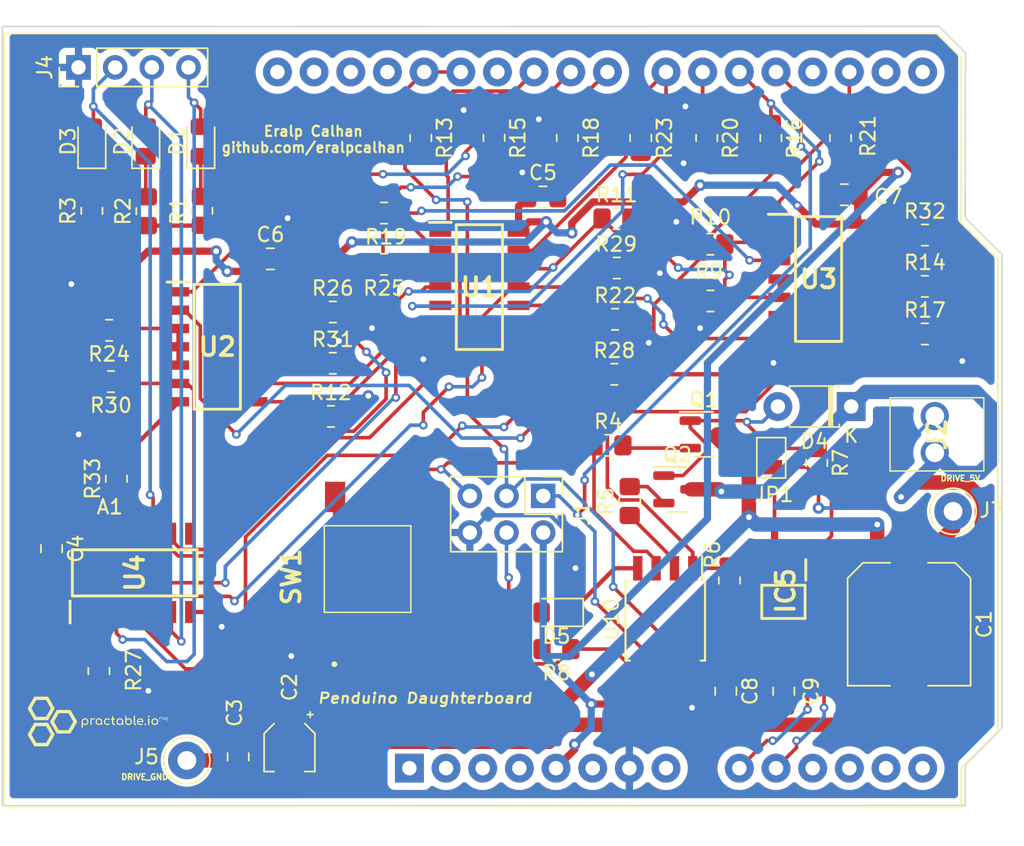
<source format=kicad_pcb>
(kicad_pcb (version 20211014) (generator pcbnew)
  (title_block (title "Driver Daughterboard") (date "2022-06-15") (rev "0"))
  (layers (0 "F.Cu" signal) (31 "B.Cu" signal) (34 "B.Paste" user) (35 "F.Paste" user) (36 "B.SilkS" user "B.Silkscreen") (37 "F.SilkS" user "F.Silkscreen") (38 "B.Mask" user) (39 "F.Mask" user) (44 "Edge.Cuts" user))
  (net 0 "")
  (net 1 "Net-(D1-Pad1)")
  (net 2 "Net-(D2-Pad1)")
  (net 3 "Net-(D3-Pad1)")
  (net 4 "SUP_LED_1")
  (net 5 "SUP_LED_2")
  (net 6 "STU_LED_1")
  (net 7 "STU_LED_2")
  (net 8 "SUP_LED_3")
  (net 9 "STU_LED_3")
  (net 10 "Net-(J1-Pad4)")
  (net 11 "Net-(Q1-Pad2)")
  (net 30 "Net-(J1-Pad5)")
  (net 31 "STUDENT_ENABLE")
  (net 32 "Net-(Q2-Pad2)")
  (net 33 "D_5V")
  (net 34 "D_GND")
  (net 35 "CURRENT_SENSE_OUT")
  (net 36 "LOAD_INPUT")
  (net 37 "DRIVE_INPUT")
  (net 38 "DRIVE_5V")
  (net 39 "DRIVE_GND")
  (net 42 "CURRENT_SIGN_OUT")
  (net 43 "Net-(D4-Pad2)")
  (net 44 "Net-(J2-Pad2)")
  (net 45 "Net-(D1-Pad2)")
  (net 46 "Net-(D2-Pad2)")
  (net 47 "Net-(D3-Pad2)")
  (net 48 "Net-(D5-Pad2)")
  (net 49 "Net-(R17-Pad1)")
  (net 50 "Net-(R19-Pad1)")
  (net 51 "Net-(R22-Pad1)")
  (net 52 "Net-(R24-Pad1)")
  (net 53 "Net-(R25-Pad1)")
  (net 54 "Net-(R26-Pad1)")
  (net 55 "Net-(R27-Pad1)")
  (net 56 "Net-(R28-Pad1)")
  (net 57 "Net-(R29-Pad1)")
  (net 58 "Net-(R31-Pad1)")
  (net 59 "Net-(R32-Pad1)")
  (net 60 "Net-(R33-Pad1)")
  (net 63 "Net-(IC5-Pad3)")
  (net 64 "Net-(IC5-Pad6)")
  (net 65 "Net-(R30-Pad1)")
  (net 66 "DRIVE_OUT")
  (net 67 "LOAD_OUT")
  (footprint "Capacitor_SMD:C_0805_2012Metric_Pad1.18x1.45mm_HandSolder" (layer "F.Cu") (at 109.6772 70.8914)
    (fp_text reference "C6")
    (fp_text value "0.1uF")
  )
  (footprint "NetTie:NetTie-2_SMD_Pad0.5mm" (layer "F.Cu") (at 144.6022 90.3224 -90)
    (fp_text reference "NT1" hide)
    (fp_text value "NetTie_2")
  )
  (footprint "Resistor_SMD:R_0805_2012Metric_Pad1.20x1.40mm_HandSolder" (layer "F.Cu") (at 97.3074 67.5644 90)
    (fp_text reference "R3")
    (fp_text value "680")
  )
  (footprint "Package_TO_SOT_SMD:SOT-23" (layer "F.Cu") (at 137.8712 86.868)
    (fp_text reference "Q2")
    (fp_text value "BC547")
  )
  (footprint "Resistor_SMD:R_0805_2012Metric_Pad1.20x1.40mm_HandSolder" (layer "F.Cu") (at 135.3312 62.5094 -90)
    (fp_text reference "R23")
    (fp_text value "10k")
  )
  (footprint "Connector_PinHeader_2.54mm:PinHeader_1x04_P2.54mm_Vertical" (layer "F.Cu") (at 96.38 57.62 90)
    (fp_text reference "J4")
    (fp_text value "Conn_01x04")
  )
  (footprint "Resistor_SMD:R_0805_2012Metric_Pad1.20x1.40mm_HandSolder" (layer "F.Cu") (at 130.2512 62.5094 -90)
    (fp_text reference "R18")
    (fp_text value "10k")
  )
  (footprint "Resistor_SMD:R_0805_2012Metric_Pad1.20x1.40mm_HandSolder" (layer "F.Cu") (at 133.6548 68.0974)
    (fp_text reference "R11")
    (fp_text value "10k")
  )
  (footprint "Package_SO:SOIC127P600X175-14N" (layer "F.Cu") (at 124.1552 72.8472)
    (fp_text reference "U1")
    (fp_text value "4081" hide)
  )
  (footprint "Resistor_SMD:R_0805_2012Metric_Pad1.20x1.40mm_HandSolder" (layer "F.Cu") (at 140.1572 73.8124 180)
    (fp_text reference "R9")
    (fp_text value "10k")
  )
  (footprint "Capacitor_SMD:C_0805_2012Metric_Pad1.18x1.45mm_HandSolder" (layer "F.Cu") (at 128.5494 66.5988)
    (fp_text reference "C5")
    (fp_text value "0.1uF")
  )
  (footprint "Package_SO:SOIC127P600X175-14N" (layer "F.Cu") (at 105.9942 76.9874)
    (fp_text reference "U2")
    (fp_text value "4011" hide)
  )
  (footprint "Capacitor_SMD:C_0805_2012Metric_Pad1.18x1.45mm_HandSolder" (layer "F.Cu") (at 141.224 100.8595 -90)
    (fp_text reference "C8")
    (fp_text value "100nF")
  )
  (footprint "Package_TO_SOT_SMD:SOT-23" (layer "F.Cu") (at 139.7 83.058)
    (fp_text reference "Q1")
    (fp_text value "BC557")
  )
  (footprint "Resistor_SMD:R_0805_2012Metric_Pad1.20x1.40mm_HandSolder" (layer "F.Cu") (at 113.9952 78.1304)
    (fp_text reference "R31")
    (fp_text value "10k")
  )
  (footprint "NetTie:NetTie-2_SMD_Pad0.5mm" (layer "F.Cu") (at 143.3322 98.7044 180)
    (fp_text reference "NT2" hide)
    (fp_text value "NetTie_2")
  )
  (footprint "Resistor_SMD:R_0805_2012Metric_Pad1.20x1.40mm_HandSolder" (layer "F.Cu") (at 155.0162 76.0984)
    (fp_text reference "R17")
    (fp_text value "10k")
  )
  (footprint "Resistor_SMD:R_0805_2012Metric_Pad1.20x1.40mm_HandSolder" (layer "F.Cu") (at 101.1174 67.5894 90)
    (fp_text reference "R2")
    (fp_text value "330")
  )
  (footprint "Capacitor_SMD:C_0805_2012Metric_Pad1.18x1.45mm_HandSolder" (layer "F.Cu") (at 107.442 105.41 -90)
    (fp_text reference "C3")
    (fp_text value "0.1u")
  )
  (footprint "Jumper:SolderJumper-2_P1.3mm_Open_Pad1.0x1.5mm" (layer "F.Cu") (at 144.3736 84.6836 -90)
    (fp_text reference "JP1")
    (fp_text value "Shunt Bypass")
  )
  (footprint "Resistor_SMD:R_0805_2012Metric_Pad1.20x1.40mm_HandSolder" (layer "F.Cu") (at 147.5232 85.0392 -90)
    (fp_text reference "R7")
    (fp_text value "10R")
  )
  (footprint "Resistor_SMD:R_0805_2012Metric_Pad1.20x1.40mm_HandSolder" (layer "F.Cu") (at 149.1742 62.5094 -90)
    (fp_text reference "R21")
    (fp_text value "10k")
  )
  (footprint "Capacitor_SMD:C_0805_2012Metric_Pad1.18x1.45mm_HandSolder" (layer "F.Cu") (at 145.2372 100.8634 -90)
    (fp_text reference "C9")
    (fp_text value "0.1uF")
  )
  (footprint "Resistor_SMD:R_0805_2012Metric_Pad1.20x1.40mm_HandSolder" (layer "F.Cu") (at 117.5512 67.7164 180)
    (fp_text reference "R19")
    (fp_text value "10k")
  )
  (footprint "Resistor_SMD:R_0805_2012Metric_Pad1.20x1.40mm_HandSolder" (layer "F.Cu") (at 155.0162 72.7964)
    (fp_text reference "R14")
    (fp_text value "10k")
  )
  (footprint "Resistor_SMD:R_0805_2012Metric_Pad1.20x1.40mm_HandSolder" (layer "F.Cu") (at 139.9032 62.5094 -90)
    (fp_text reference "R20")
    (fp_text value "10k")
  )
  (footprint "LED_SMD:LED_0805_2012Metric_Pad1.15x1.40mm_HandSolder" (layer "F.Cu") (at 104.8512 62.7544 90)
    (fp_text reference "D1")
    (fp_text value "LED")
  )
  (footprint "Resistor_SMD:R_0805_2012Metric_Pad1.20x1.40mm_HandSolder" (layer "F.Cu") (at 113.8682 81.8134)
    (fp_text reference "R12")
    (fp_text value "10k")
  )
  (footprint "Capacitor_SMD:CP_Elec_3x5.3" (layer "F.Cu") (at 110.998 104.672 -90)
    (fp_text reference "C2")
    (fp_text value "10u")
  )
  (footprint "LED_SMD:LED_0805_2012Metric_Pad1.15x1.40mm_HandSolder" (layer "F.Cu") (at 97.3074 62.7544 90)
    (fp_text reference "D3")
    (fp_text value "LED")
  )
  (footprint "Package_SO:SOIC127P600X175-14N" (layer "F.Cu") (at 147.6502 72.2884)
    (fp_text reference "U3")
    (fp_text value "4011" hide)
  )
  (footprint "Diode_THT:D_T-1_P5.08mm_Horizontal" (layer "F.Cu") (at 149.9108 81.1276 180)
    (fp_text reference "D4")
    (fp_text value "1N4002")
  )
  (footprint "Resistor_SMD:R_0805_2012Metric_Pad1.20x1.40mm_HandSolder" (layer "F.Cu") (at 97.79 99.4664 -90)
    (fp_text reference "R27")
    (fp_text value "10k")
  )
  (footprint "Resistor_SMD:R_0805_2012Metric_Pad1.20x1.40mm_HandSolder" (layer "F.Cu") (at 140.1572 69.8754 180)
    (fp_text reference "R10")
    (fp_text value "10k")
  )
  (footprint "Package_SO:SOIC127P600X175-14N" (layer "F.Cu") (at 100.2792 92.6592 90)
    (fp_text reference "U4")
    (fp_text value "4071" hide)
  )
  (footprint "Resistor_SMD:R_0805_2012Metric_Pad1.20x1.40mm_HandSolder" (layer "F.Cu") (at 141.478 93.1805 -90)
    (fp_text reference "R6")
    (fp_text value "100k")
  )
  (footprint "LED_SMD:LED_0805_2012Metric_Pad1.15x1.40mm_HandSolder" (layer "F.Cu") (at 101.0412 62.7544 90)
    (fp_text reference "D2")
    (fp_text value "LED")
  )
  (footprint "000_Graphics_Immo:practactable.io_text_10x4" (layer "F.Cu") (at 97.663 102.997)
    (fp_text reference "G***" hide)
    (fp_text value "LOGO" hide)
  )
  (footprint "Resistor_SMD:R_0805_2012Metric_Pad1.20x1.40mm_HandSolder" (layer "F.Cu") (at 129.4892 97.9424 180)
    (fp_text reference "R8")
    (fp_text value "680")
  )
  (footprint "Resistor_SMD:R_0805_2012Metric_Pad1.20x1.40mm_HandSolder" (layer "F.Cu") (at 98.6282 79.4004 180)
    (fp_text reference "R30")
    (fp_text value "10k")
  )
  (footprint "Package_SO:SOIC-8W_5.3x5.3mm_P1.27mm" (layer "F.Cu") (at 137.033 95.9905 -90)
    (fp_text reference "U10")
    (fp_text value "ATtiny85-20S")
  )
  (footprint "Resistor_SMD:R_0805_2012Metric_Pad1.20x1.40mm_HandSolder" (layer "F.Cu") (at 133.5532 75.0824)
    (fp_text reference "R22")
    (fp_text value "10k")
  )
  (footprint "Connector_PinHeader_2.54mm:PinHeader_2x03_P2.54mm_Vertical" (layer "F.Cu") (at 128.5748 87.3252 -90)
    (fp_text reference "J1")
    (fp_text value "AVR-ISP-6")
  )
  (footprint "Audio_Module:Infineon Motor Sheild hiddenPins" (layer "F.Cu") (at 99.6188 86.5124 90)
    (fp_text reference "A1")
    (fp_text value "Infineon Motor Shield MOD" hide)
  )
  (footprint "Resistor_SMD:R_0805_2012Metric_Pad1.20x1.40mm_HandSolder" (layer "F.Cu") (at 98.5012 75.8444 180)
    (fp_text reference "R24")
    (fp_text value "10k")
  )
  (footprint "LED_SMD:LED_0805_2012Metric_Pad1.15x1.40mm_HandSolder" (layer "F.Cu") (at 129.4892 95.4024 180)
    (fp_text reference "D5")
    (fp_text value "LED")
  )
  (footprint "Resistor_SMD:R_0805_2012Metric_Pad1.20x1.40mm_HandSolder" (layer "F.Cu") (at 134.5692 87.6808 -90)
    (fp_text reference "R5")
    (fp_text value "2k2")
  )
  (footprint "Resistor_SMD:R_0805_2012Metric_Pad1.20x1.40mm_HandSolder" (layer "F.Cu") (at 133.096 83.82 180)
    (fp_text reference "R4")
    (fp_text value "2k2")
  )
  (footprint "Connector_Pin:Pin_D1.3mm_L11.0mm" (layer "F.Cu") (at 156.972 88.392 -90)
    (fp_text reference "J7")
    (fp_text value "DRIVE_5V_IN")
  )
  (footprint "Connector_Pin:Pin_D1.3mm_L11.0mm" (layer "F.Cu") (at 103.886 105.664 -90)
    (fp_text reference "J5")
    (fp_text value "DRIVE_GND")
  )
  (footprint "Resistor_SMD:R_0805_2012Metric_Pad1.20x1.40mm_HandSolder" (layer "F.Cu") (at 155.0162 69.2404)
    (fp_text reference "R32")
    (fp_text value "10k")
  )
  (footprint "Capacitor_SMD:C_Elec_8x10.2" (layer "F.Cu") (at 153.924 96.222 -90)
    (fp_text reference "C1")
    (fp_text value "470u")
  )
  (footprint "Capacitor_SMD:C_0805_2012Metric_Pad1.18x1.45mm_HandSolder" (layer "F.Cu") (at 94.5134 90.9828 -90)
    (fp_text reference "C4")
    (fp_text value "0.1uF")
  )
  (footprint "Resistor_SMD:R_0805_2012Metric_Pad1.20x1.40mm_HandSolder" (layer "F.Cu") (at 113.9952 74.5744)
    (fp_text reference "R26")
    (fp_text value "10k")
  )
  (footprint "Button_Switch_SMD:13019319" (layer "F.Cu") (at 116.4082 93.2434 90)
    (fp_text reference "SW1")
    (fp_text value "SW_Push" hide)
  )
  (footprint "Connector_Molex:RSPROPenduinoTerminal" (layer "F.Cu") (at 155.702 84.328 90)
    (fp_text reference "J2")
    (fp_text value "Coil" hide)
  )
  (footprint "Resistor_SMD:R_0805_2012Metric_Pad1.20x1.40mm_HandSolder" (layer "F.Cu") (at 144.3482 62.5094 -90)
    (fp_text reference "R16")
    (fp_text value "10k")
  )
  (footprint "Resistor_SMD:R_0805_2012Metric_Pad1.20x1.40mm_HandSolder" (layer "F.Cu") (at 104.9274 67.5644 90)
    (fp_text reference "R1")
    (fp_text value "330")
  )
  (footprint "Resistor_SMD:R_0805_2012Metric_Pad1.20x1.40mm_HandSolder" (layer "F.Cu") (at 120.0912 62.5094 -90)
    (fp_text reference "R13")
    (fp_text value "10k")
  )
  (footprint "Resistor_SMD:R_0805_2012Metric_Pad1.20x1.40mm_HandSolder" (layer "F.Cu") (at 133.5024 78.8924)
    (fp_text reference "R28")
    (fp_text value "10k")
  )
  (footprint "Resistor_SMD:R_0805_2012Metric_Pad1.20x1.40mm_HandSolder" (layer "F.Cu") (at 99.0092 86.1314 90)
    (fp_text reference "R33")
    (fp_text value "10k")
  )
  (footprint "Resistor_SMD:R_0805_2012Metric_Pad1.20x1.40mm_HandSolder" (layer "F.Cu") (at 125.1712 62.5094 -90)
    (fp_text reference "R15")
    (fp_text value "10k")
  )
  (footprint "Resistor_SMD:R_0805_2012Metric_Pad1.20x1.40mm_HandSolder" (layer "F.Cu") (at 133.6802 71.5264)
    (fp_text reference "R29")
    (fp_text value "10k")
  )
  (footprint "Resistor_SMD:R_0805_2012Metric_Pad1.20x1.40mm_HandSolder" (layer "F.Cu") (at 117.5512 71.2724 180)
    (fp_text reference "R25")
    (fp_text value "10k")
  )
  (footprint "Sensor_Current:SOP65P490X110-8N" (layer "F.Cu") (at 145.217 94.668 -90)
    (fp_text reference "IC5")
    (fp_text value "MAX9928FAUA+" hide)
  )
  (footprint "Capacitor_SMD:C_0805_2012Metric_Pad1.18x1.45mm_HandSolder" (layer "F.Cu") (at 149.4282 66.4464 180)
    (fp_text reference "C7")
    (fp_text value "0.1uF")
  )
  (gr_line (start 156.012 54.796) (end 155.992 54.776) (layer "Edge.Cuts") (width 0.1))
  (gr_line (start 157.822 105.966) (end 160.352 103.416) (layer "Edge.Cuts") (width 0.1))
  (gr_line (start 160.352 103.416) (end 160.352 70.576) (layer "Edge.Cuts") (width 0.1))
  (gr_line (start 160.352 70.576) (end 157.812 68.036) (layer "Edge.Cuts") (width 0.1))
  (gr_line (start 157.812 68.036) (end 157.832 56.606) (layer "Edge.Cuts") (width 0.1))
  (gr_line (start 91.102 108.776) (end 91.102 108.796) (layer "Edge.Cuts") (width 0.1))
  (gr_line (start 91.102 108.796) (end 157.802 108.786) (layer "Edge.Cuts") (width 0.1))
  (gr_line (start 157.802 108.786) (end 157.822 108.786) (layer "Edge.Cuts") (width 0.1))
  (gr_line (start 91.102 54.786) (end 91.102 108.776) (layer "Edge.Cuts") (width 0.1))
  (gr_line (start 157.822 108.786) (end 157.822 105.966) (layer "Edge.Cuts") (width 0.1))
  (gr_line (start 155.992 54.776) (end 91.102 54.786) (layer "Edge.Cuts") (width 0.1))
  (gr_line (start 157.832 56.606) (end 156.012 54.796) (layer "Edge.Cuts") (width 0.1))
  (gr_text "Penduino Daughterboard" (at 120.396 101.346) (layer "F.SilkS") (effects (font (size 0.7 0.8) (thickness 0.15) italic)))
  (gr_text "Eralp Calhan\ngithub.com/eralpcalhan\n" (at 112.649 62.611) (layer "F.SilkS") (effects (font (size 0.7 0.7))))
  (gr_text "DRIVE_GND" (at 100.965 106.807) (layer "F.SilkS") (effects (font (size 0.4 0.4) (thickness 0.1))))
  (gr_text "DRIVE_5V" (at 157.48 86.106) (layer "F.SilkS") (effects (font (size 0.4 0.4) (thickness 0.1))))
  (segment (start 104.8512 63.7794) (end 104.8512 66.4882) (width 0.25) (layer "F.Cu") (net 1))
  (segment (start 104.8512 66.4882) (end 104.9274 66.5644) (width 0.25) (layer "F.Cu") (net 1))
  (segment (start 101.0412 66.5132) (end 101.1174 66.5894) (width 0.25) (layer "F.Cu") (net 2))
  (segment (start 101.0412 63.7794) (end 101.0412 66.5132) (width 0.25) (layer "F.Cu") (net 2))
  (segment (start 97.3074 63.7794) (end 97.3074 66.5644) (width 0.25) (layer "F.Cu") (net 3))
  (segment (start 122.338689 59.261911) (end 126.619289 59.261911) (width 0.25) (layer "F.Cu") (net 4))
  (segment (start 121.86151 63.206597) (end 125.806196 59.261911) (width 0.25) (layer "F.Cu") (net 4))
  (segment (start 121.98851 65.218806) (end 121.86151 65.091806) (width 0.25) (layer "F.Cu") (net 4))
  (segment (start 121.4432 69.0372) (end 121.98851 68.49189) (width 0.25) (layer "F.Cu") (net 4))
  (segment (start 120.0912 61.5094) (end 122.338689 59.261911) (width 0.25) (layer "F.Cu") (net 4))
  (segment (start 126.619289 59.261911) (end 127.9438 57.9374) (width 0.25) (layer "F.Cu") (net 4))
  (segment (start 125.806196 59.261911) (end 126.619289 59.261911) (width 0.25) (layer "F.Cu") (net 4))
  (segment (start 121.98851 68.49189) (end 121.98851 65.218806) (width 0.25) (layer "F.Cu") (net 4))
  (segment (start 121.86151 65.091806) (end 121.86151 63.206597) (width 0.25) (layer "F.Cu") (net 4))
  (segment (start 149.1742 61.5094) (end 149.7838 60.8998) (width 0.25) (layer "F.Cu") (net 5))
  (segment (start 136.190099 77.432501) (end 136.614501 77.008099) (width 0.25) (layer "F.Cu") (net 5))
  (segment (start 127.3047 75.3872) (end 129.7685 77.851) (width 0.25) (layer "F.Cu") (net 5))
  (segment (start 136.614501 77.008099) (end 136.614501 76.407901) (width 0.25) (layer "F.Cu") (net 5))
  (segment (start 146.24968 64.43392) (end 149.1742 61.5094) (width 0.25) (layer "F.Cu") (net 5))
  (segment (start 126.8672 75.3872) (end 127.3047 75.3872) (width 0.25) (layer "F.Cu") (net 5))
  (segment (start 136.23751 74.07449) (end 139.41208 70.89992) (width 0.25) (layer "F.Cu") (net 5))
  (segment (start 149.7838 60.8998) (end 149.7838 57.9374) (width 0.25) (layer "F.Cu") (net 5))
  (segment (start 140.23268 70.412413) (end 140.23268 69.187427) (width 0.25) (layer "F.Cu") (net 5))
  (segment (start 144.986187 64.43392) (end 146.24968 64.43392) (width 0.25) (layer "F.Cu") (net 5))
  (segment (start 136.23751 76.03091) (end 136.23751 74.07449) (width 0.25) (layer "F.Cu") (net 5))
  (segment (start 136.614501 76.407901) (end 136.23751 76.03091) (width 0.25) (layer "F.Cu") (net 5))
  (segment (start 129.7685 77.851) (end 135.171402 77.851) (width 0.25) (layer "F.Cu") (net 5))
  (segment (start 139.41208 70.89992) (end 139.745173 70.89992) (width 0.25) (layer "F.Cu") (net 5))
  (segment (start 139.745173 70.89992) (end 140.23268 70.412413) (width 0.25) (layer "F.Cu") (net 5))
  (segment (start 135.589901 77.432501) (end 136.190099 77.432501) (width 0.25) (layer "F.Cu") (net 5))
  (segment (start 140.23268 69.187427) (end 144.986187 64.43392) (width 0.25) (layer "F.Cu") (net 5))
  (segment (start 135.171402 77.851) (end 135.589901 77.432501) (width 0.25) (layer "F.Cu") (net 5))
  (segment (start 139.6238 61.23) (end 139.6238 57.9374) (width 0.25) (layer "F.Cu") (net 6))
  (segment (start 139.6238 60.829293) (end 135.416593 65.0365) (width 0.25) (layer "F.Cu") (net 6))
  (segment (start 121.3924 74.168) (end 121.4432 74.1172) (width 0.25) (layer "F.Cu") (net 6))
  (segment (start 139.6238 57.9374) (end 139.6238 60.829293) (width 0.25) (layer "F.Cu") (net 6))
  (segment (start 135.416593 65.0365) (end 134.07737 65.0365) (width 0.25) (layer "F.Cu") (net 6))
  (segment (start 119.507 74.168) (end 121.3924 74.168) (width 0.25) (layer "F.Cu") (net 6))
  (segment (start 139.9032 61.5094) (end 139.6238 61.23) (width 0.25) (layer "F.Cu") (net 6))
  (via (at 119.507 74.168) (size 0.6) (drill 0.3) (layers "F.Cu" "B.Cu") (net 6))
  (via (at 134.07737 65.0365) (size 0.6) (drill 0.3) (layers "F.Cu" "B.Cu") (net 6))
  (segment (start 134.07737 67.558009) (end 134.07737 65.0365) (width 0.25) (layer "B.Cu") (net 6))
  (segment (start 127.467379 74.168) (end 134.07737 67.558009) (width 0.25) (layer "B.Cu") (net 6))
  (segment (start 119.507 74.168) (end 127.467379 74.168) (width 0.25) (layer "B.Cu") (net 6))
  (segment (start 126.8672 70.3072) (end 127.843249 70.3072) (width 0.25) (layer "F.Cu") (net 7))
  (segment (start 135.3312 61.5094) (end 137.0838 59.7568) (width 0.25) (layer "F.Cu") (net 7))
  (segment (start 127.843249 70.3072) (end 134.30668 63.843769) (width 0.25) (layer "F.Cu") (net 7))
  (segment (start 137.0838 59.7568) (end 137.0838 57.9374) (width 0.25) (layer "F.Cu") (net 7))
  (segment (start 134.30668 60.71452) (end 137.0838 57.9374) (width 0.25) (layer "F.Cu") (net 7))
  (segment (start 134.30668 63.843769) (end 134.30668 60.71452) (width 0.25) (layer "F.Cu") (net 7))
  (segment (start 126.9118 61.5094) (end 130.4838 57.9374) (width 0.25) (layer "F.Cu") (net 8))
  (segment (start 112.3864 65.024) (end 104.233 73.1774) (width 0.25) (layer "F.Cu") (net 8))
  (segment (start 125.1712 61.5094) (end 126.9118 61.5094) (width 0.25) (layer "F.Cu") (net 8))
  (segment (start 117.475 65.024) (end 112.3864 65.024) (width 0.25) (layer "F.Cu") (net 8))
  (segment (start 104.233 73.1774) (end 103.2822 73.1774) (width 0.25) (layer "F.Cu") (net 8))
  (segment (start 125.1712 61.5094) (end 123.19 63.4906) (width 0.25) (layer "F.Cu") (net 8))
  (segment (start 123.19 63.4906) (end 123.19 63.754) (width 0.25) (layer "F.Cu") (net 8))
  (via (at 117.475 65.024) (size 0.6) (drill 0.3) (layers "F.Cu" "B.Cu") (net 8))
  (via (at 123.19 63.754) (size 0.6) (drill 0.3) (layers "F.Cu" "B.Cu") (net 8))
  (segment (start 123.19 63.754) (end 121.92 65.024) (width 0.25) (layer "B.Cu") (net 8))
  (segment (start 121.92 65.024) (end 117.475 65.024) (width 0.25) (layer "B.Cu") (net 8))
  (segment (start 117.47572 77.262373) (end 117.47572 67.179387) (width 0.25) (layer "F.Cu") (net 9))
  (segment (start 125.773657 65.187543) (end 122.639635 65.187543) (width 0.25) (layer "F.Cu") (net 9))
  (segment (start 115.210693 79.5274) (end 117.47572 77.262373) (width 0.25) (layer "F.Cu") (net 9))
  (segment (start 108.7062 79.5274) (end 115.210693 79.5274) (width 0.25) (layer "F.Cu") (net 9))
  (segment (start 130.2512 60.71) (end 133.0238 57.9374) (width 0.25) (layer "F.Cu") (net 9))
  (segment (start 133.0238 57.9374) (end 125.773657 65.187543) (width 0.25) (layer "F.Cu") (net 9))
  (segment (start 130.2512 61.5094) (end 130.2512 60.71) (width 0.25) (layer "F.Cu") (net 9))
  (segment (start 118.725835 65.929272) (end 119.402095 65.929272) (width 0.25) (layer "F.Cu") (net 9))
  (segment (start 117.47572 67.179387) (end 118.725835 65.929272) (width 0.25) (layer "F.Cu") (net 9))
  (via (at 119.402095 65.929272) (size 0.6) (drill 0.3) (layers "F.Cu" "B.Cu") (net 9))
  (via (at 122.639635 65.187543) (size 0.6) (drill 0.3) (layers "F.Cu" "B.Cu") (net 9))
  (segment (start 121.897906 65.929272) (end 122.639635 65.187543) (width 0.25) (layer "B.Cu") (net 9))
  (segment (start 119.402095 65.929272) (end 121.897906 65.929272) (width 0.25) (layer "B.Cu") (net 9))
  (segment (start 127.901227 98.96692) (end 129.46468 98.96692) (width 0.25) (layer "F.Cu") (net 10))
  (segment (start 130.4892 97.9424) (end 133.4299 97.9424) (width 0.25) (layer "F.Cu") (net 10))
  (segment (start 126.1872 97.252893) (end 127.901227 98.96692) (width 0.25) (layer "F.Cu") (net 10))
  (segment (start 129.46468 98.96692) (end 130.4892 97.9424) (width 0.25) (layer "F.Cu") (net 10))
  (segment (start 126.1872 92.9894) (end 126.1872 97.252893) (width 0.25) (layer "F.Cu") (net 10))
  (segment (start 133.4299 97.9424) (end 135.128 99.6405) (width 0.25) (layer "F.Cu") (net 10))
  (via (at 126.1872 92.9894) (size 0.6) (drill 0.3) (layers "F.Cu" "B.Cu") (net 10))
  (segment (start 126.0348 89.8652) (end 126.0348 92.837) (width 0.25) (layer "B.Cu") (net 10))
  (segment (start 126.0348 92.837) (end 126.1872 92.9894) (width 0.25) (layer "B.Cu") (net 10))
  (segment (start 134.284 84.008) (end 134.096 83.82) (width 0.25) (layer "F.Cu") (net 11))
  (segment (start 138.7625 84.008) (end 134.284 84.008) (width 0.25) (layer "F.Cu") (net 11))
  (segment (start 131.508027 82.79548) (end 129.271997 85.03151) (width 0.25) (layer "F.Cu") (net 30))
  (segment (start 135.30282 87.60532) (end 133.881227 87.60532) (width 0.25) (layer "F.Cu") (net 30))
  (segment (start 133.02052 86.744613) (end 133.02052 83.132027) (width 0.25) (layer "F.Cu") (net 30))
  (segment (start 133.881227 87.60532) (end 133.02052 86.744613) (width 0.25) (layer "F.Cu") (net 30))
  (segment (start 118.6582 87.3934) (end 118.6582 97.3934) (width 0.25) (layer "F.Cu") (net 30))
  (segment (start 138.938 92.3405) (end 138.938 91.2405) (width 0.25) (layer "F.Cu") (net 30))
  (segment (start 118.6582 87.3934) (end 120.56515 85.48645) (width 0.25) (layer "F.Cu") (net 30))
  (segment (start 132.683973 82.79548) (end 131.508027 82.79548) (width 0.25) (layer "F.Cu") (net 30))
  (segment (start 141.318 92.3405) (end 141.478 92.1805) (width 0.25) (layer "F.Cu") (net 30))
  (segment (start 120.56515 85.48645) (end 121.498589 85.48645) (width 0.25) (layer "F.Cu") (net 30))
  (segment (start 133.02052 83.132027) (end 132.683973 82.79548) (width 0.25) (layer "F.Cu") (net 30))
  (segment (start 121.953529 85.03151) (end 121.498589 85.48645) (width 0.25) (layer "F.Cu") (net 30))
  (segment (start 129.271997 85.03151) (end 121.953529 85.03151) (width 0.25) (layer "F.Cu") (net 30))
  (segment (start 138.938 92.3405) (end 141.318 92.3405) (width 0.25) (layer "F.Cu") (net 30))
  (segment (start 138.938 91.2405) (end 135.30282 87.60532) (width 0.25) (layer "F.Cu") (net 30))
  (via (at 121.498589 85.48645) (size 0.6) (drill 0.3) (layers "F.Cu" "B.Cu") (net 30))
  (segment (start 121.65605 85.48645) (end 121.498589 85.48645) (width 0.25) (layer "B.Cu") (net 30))
  (segment (start 123.4948 87.3252) (end 121.65605 85.48645) (width 0.25) (layer "B.Cu") (net 30))
  (segment (start 144.9382 72.2884) (end 144.9382 73.5584) (width 0.25) (layer "F.Cu") (net 31))
  (segment (start 136.770911 70.349911) (end 137.924911 71.503911) (width 0.25) (layer "F.Cu") (net 31))
  (segment (start 121.4432 72.8472) (end 120.4307 72.8472) (width 0.25) (layer "F.Cu") (net 31))
  (segment (start 120.4307 72.8472) (end 120.1259 73.152) (width 0.25) (layer "F.Cu") (net 31))
  (segment (start 153.2542 73.5584) (end 154.0162 72.7964) (width 0.25) (layer "F.Cu") (net 31))
  (segment (start 118.364 77.216) (end 114.79112 80.78888) (width 0.25) (layer "F.Cu") (net 31))
  (segment (start 132.6548 68.0974) (end 129.2686 71.4836) (width 0.25) (layer "F.Cu") (net 31))
  (segment (start 108.7062 80.7974) (end 111.8522 80.7974) (width 0.25) (layer "F.Cu") (net 31))
  (segment (start 141.2842 69.7484) (end 144.9382 69.7484) (width 0.25) (layer "F.Cu") (net 31))
  (segment (start 111.8522 80.7974) (end 112.8682 81.8134) (width 0.25) (layer "F.Cu") (net 31))
  (segment (start 150.3622 73.5584) (end 150.3622 74.8284) (width 0.25) (layer "F.Cu") (net 31))
  (segment (start 144.9382 68.4784) (end 144.9382 66.8978) (width 0.25) (layer "F.Cu") (net 31))
  (segment (start 141.1572 72.3298) (end 141.478 72.009) (width 0.25) (layer "F.Cu") (net 31))
  (segment (start 119.253 73.152) (end 119.126 73.152) (width 0.25) (layer "F.Cu") (net 31))
  (segment (start 144.3482 61.5094) (end 144.3482 60.1218) (width 0.25) (layer "F.Cu") (net 31))
  (segment (start 144.3482 60.1218) (end 142.1638 57.9374) (width 0.25) (layer "F.Cu") (net 31))
  (segment (start 134.907311 70.349911) (end 136.770911 70.349911) (width 0.25) (layer "F.Cu") (net 31))
  (segment (start 141.1572 71.6882) (end 141.478 72.009) (width 0.25) (layer "F.Cu") (net 31))
  (segment (start 144.9382 66.8978) (end 147.701 64.135) (width 0.25) (layer "F.Cu") (net 31))
  (segment (start 141.1572 69.8754) (end 141.1572 71.6882) (width 0.25) (layer "F.Cu") (net 31))
  (segment (start 141.4112 73.5584) (end 141.1572 73.8124) (width 0.25) (layer "F.Cu") (net 31))
  (segment (start 120.1259 73.152) (end 119.253 73.152) (width 0.25) (layer "F.Cu") (net 31))
  (segment (start 132.6548 68.0974) (end 134.907311 70.349911) (width 0.25) (layer "F.Cu") (net 31))
  (segment (start 150.3622 73.5584) (end 153.2542 73.5584) (width 0.25) (layer "F.Cu") (net 31))
  (segment (start 118.364 73.914) (end 118.364 77.216) (width 0.25) (layer "F.Cu") (net 31))
  (segment (start 114.79112 80.78888) (end 113.89272 80.78888) (width 0.25) (layer "F.Cu") (net 31))
  (segment (start 144.9382 73.5584) (end 141.4112 73.5584) (width 0.25) (layer "F.Cu") (net 31))
  (segment (start 141.1572 73.8124) (end 141.1572 72.3298) (width 0.25) (layer "F.Cu") (net 31))
  (segment (start 144.9382 68.4784) (end 144.9382 69.7484) (width 0.25) (layer "F.Cu") (net 31))
  (segment (start 129.175 71.5772) (end 126.8672 71.5772) (width 0.25) (layer "F.Cu") (net 31))
  (segment (start 113.89272 80.78888) (end 112.8682 81.8134) (width 0.25) (layer "F.Cu") (net 31))
  (segment (start 119.126 73.152) (end 118.364 73.914) (width 0.25) (layer "F.Cu") (net 31))
  (segment (start 144.9382 73.5584) (end 150.3622 73.5584) (width 0.25) (layer "F.Cu") (net 31))
  (segment (start 129.2686 71.4836) (end 129.175 71.5772) (width 0.25) (layer "F.Cu") (net 31))
  (segment (start 141.1572 69.8754) (end 141.2842 69.7484) (width 0.25) (layer "F.Cu") (net 31))
  (via (at 141.478 72.009) (size 0.6) (drill 0.3) (layers "F.Cu" "B.Cu") (net 31))
  (via (at 144.3482 60.1218) (size 0.6) (drill 0.3) (layers "F.Cu" "B.Cu") (net 31))
  (via (at 137.924911 71.503911) (size 0.6) (drill 0.3) (layers "F.Cu" "B.Cu") (net 31))
  (via (at 147.701 64.135) (size 0.6) (drill 0.3) (layers "F.Cu" "B.Cu") (net 31))
  (via (at 119.253 73.152) (size 0.6) (drill 0.3) (layers "F.Cu" "B.Cu") (net 31))
  (via (at 129.2686 71.4836) (size 0.6) (drill 0.3) (layers "F.Cu" "B.Cu") (net 31))
  (segment (start 138.049 71.628) (end 137.924911 71.503911) (width 0.25) (layer "B.Cu") (net 31))
  (segment (start 147.701 64.135) (end 147.701 63.4746) (width 0.25) (layer "B.Cu") (net 31))
  (segment (start 147.701 63.4746) (end 144.3482 60.1218) (width 0.25) (layer "B.Cu") (net 31))
  (segment (start 119.253 73.152) (end 127.6002 73.152) (width 0.25) (layer "B.Cu") (net 31))
  (segment (start 141.478 72.009) (end 141.097 71.628) (width 0.25) (layer "B.Cu") (net 31))
  (segment (start 127.6002 73.152) (end 129.2686 71.4836) (width 0.25) (layer "B.Cu") (net 31))
  (segment (start 141.097 71.628) (end 138.049 71.628) (width 0.25) (layer "B.Cu") (net 31))
  (segment (start 134.5692 86.6808) (end 135.7965 86.6808) (width 0.25) (layer "F.Cu") (net 32))
  (segment (start 135.7965 86.6808) (end 136.9337 87.818) (width 0.25) (layer "F.Cu") (net 32))
  (segment (start 152.0151 64.897) (end 153.162 64.897) (width 0.5) (layer "F.Cu") (net 33))
  (segment (start 101.19833 70.358) (end 105.918 70.358) (width 0.5) (layer "F.Cu") (net 33))
  (segment (start 127.5784 68.326) (end 126.8672 69.0372) (width 0.5) (layer "F.Cu") (net 33))
  (segment (start 130.556 68.40693) (end 130.556 69.088) (width 0.5) (layer "F.Cu") (net 33))
  (segment (start 138.938 99.6405) (end 138.938 100.444522) (width 0.5) (layer "F.Cu") (net 33))
  (segment (start 108.6397 73.1109) (end 108.7062 73.1774) (width 0.5) (layer "F.Cu") (net 33))
  (segment (start 94.5153 89.9472) (end 94.5134 89.9453) (width 0.5) (layer "F.Cu") (net 33))
  (segment (start 126.8672 69.0372) (end 126.8672 67.2435) (width 0.5) (layer "F.Cu") (net 33))
  (segment (start 109.81422 72.06592) (end 112.97308 72.06592) (width 0.5) (layer "F.Cu") (net 33))
  (segment (start 96.4692 89.9472) (end 94.5153 89.9472) (width 0.5) (layer "F.Cu") (net 33))
  (segment (start 138.28412 66.94788) (end 132.01505 66.94788) (width 0.5) (layer "F.Cu") (net 33))
  (segment (start 130.7592 104.902) (end 129.4638 106.1974) (width 0.5) (layer "F.Cu") (net 33))
  (segment (start 141.224 99.822) (end 139.1195 99.822) (width 0.5) (layer "F.Cu") (net 33))
  (segment (start 126.8672 67.2435) (end 127.5119 66.5988) (width 0.5) (layer "F.Cu") (net 33))
  (segment (start 138.938 100.444522) (end 137.630122 101.7524) (width 0.5) (layer "F.Cu") (net 33))
  (segment (start 139.1195 99.822) (end 138.938 99.6405) (width 0.5) (layer "F.Cu") (net 33))
  (segment (start 137.630122 101.7524) (end 131.9022 101.7524) (width 0.5) (layer "F.Cu") (net 33))
  (segment (start 142.3416 98.7044) (end 141.224 99.822) (width 0.5) (layer "F.Cu") (net 33))
  (segment (start 108.6397 70.8914) (end 108.6397 73.1109) (width 0.5) (layer "F.Cu") (net 33))
  (segment (start 141.478 97.3502) (end 142.8322 98.7044) (width 0.5) (layer "F.Cu") (net 33))
  (segment (start 128.778 68.326) (end 127.5784 68.326) (width 0.5) (layer "F.Cu") (net 33))
  (segment (start 106.68 71.755) (end 107.7761 71.755) (width 0.5) (layer "F.Cu") (net 33))
  (segment (start 130.7592 104.5464) (end 130.7592 104.902) (width 0.5) (layer "F.Cu") (net 33))
  (segment (start 145.2372 99.8259) (end 141.2279 99.8259) (width 0.5) (layer "F.Cu") (net 33))
  (segment (start 147.4724 68.4784) (end 146.177 67.183) (width 0.5) (layer "F.Cu") (net 33))
  (segment (start 150.4657 66.4464) (end 152.0151 64.897) (width 0.5) (layer "F.Cu") (net 33))
  (segment (start 150.3622 66.5499) (end 150.4657 66.4464) (width 0.5) (layer "F.Cu") (net 33))
  (segment (start 150.3622 68.4784) (end 147.4724 68.4784) (width 0.5) (layer "F.Cu") (net 33))
  (segment (start 108.6397 70.8914) (end 109.81422 72.06592) (width 0.5) (layer "F.Cu") (net 33))
  (segment (start 132.01505 66.94788) (end 130.556 68.40693) (width 0.5) (layer "F.Cu") (net 33))
  (segment (start 107.7761 71.755) (end 108.6397 70.8914) (width 0.5) (layer "F.Cu") (net 33))
  (segment (start 112.97308 72.06592) (end 115.316 69.723) (width 0.5) (layer "F.Cu") (net 33))
  (segment (start 94.5134 89.9453) (end 94.5134 77.04293) (width 0.5) (layer "F.Cu") (net 33))
  (segment (start 141.478 94.1805) (end 141.478 97.3502) (width 0.5) (layer "F.Cu") (net 33))
  (segment (start 142.8322 98.7044) (end 142.3416 98.7044) (width 0.5) (layer "F.Cu") (net 33))
  (segment (start 141.2279 99.8259) (end 141.224 99.822) (width 0.5) (layer "F.Cu") (net 33))
  (segment (start 139.446 65.786) (end 138.28412 66.94788) (width 0.5) (layer "F.Cu") (net 33))
  (segment (start 150.3622 68.4784) (end 150.3622 66.5499) (width 0.5) (layer "F.Cu") (net 33))
  (segment (start 94.5134 77.04293) (end 101.19833 70.358) (width 0.5) (layer "F.Cu") (net 33))
  (via (at 106.68 71.755) (size 0.8) (drill 0.4) (layers "F.Cu" "B.Cu") (net 33))
  (via (at 139.446 65.786) (size 0.8) (drill 0.4) (layers "F.Cu" "B.Cu") (net 33))
  (via (at 146.177 67.183) (size 0.6) (drill 0.3) (layers "F.Cu" "B.Cu") (net 33))
  (via (at 153.162 64.897) (size 0.8) (drill 0.4) (layers "F.Cu" "B.Cu") (net 33))
  (via (at 115.316 69.723) (size 0.8) (drill 0.4) (layers "F.Cu" "B.Cu") (net 33))
  (via (at 131.9022 101.7524) (size 0.8) (drill 0.4) (layers "F.Cu" "B.Cu") (net 33))
  (via (at 128.778 68.326) (size 0.8) (drill 0.4) (layers "F.Cu" "B.Cu") (net 33))
  (via (at 130.556 69.088) (size 0.8) (drill 0.4) (layers "F.Cu" "B.Cu") (net 33))
  (via (at 105.918 70.358) (size 0.8) (drill 0.4) (layers "F.Cu" "B.Cu") (net 33))
  (via (at 130.7592 104.5464) (size 0.8) (drill 0.4) (layers "F.Cu" "B.Cu") (net 33))
  (segment (start 129.54 69.088) (end 128.778 68.326) (width 0.5) (layer "B.Cu") (net 33))
  (segment (start 131.9022 101.7524) (end 131.9022 103.4034) (width 0.5) (layer "B.Cu") (net 33))
  (segment (start 139.954 78.105) (end 153.162 64.897) (width 0.5) (layer "B.Cu") (net 33))
  (segment (start 105.918 70.358) (end 105.918 70.993) (width 0.5) (layer "B.Cu") (net 33))
  (segment (start 146.177 67.183) (end 144.78 65.786) (width 0.5) (layer "B.Cu") (net 33))
  (segment (start 128.5748 89.8652) (end 128.5748 98.425) (width 0.5) (layer "B.Cu") (net 33))
  (segment (start 130.556 69.088) (end 129.54 69.088) (width 0.5) (layer "B.Cu") (net 33))
  (segment (start 130.3909 98.4631) (end 139.954 88.9) (width 0.5) (layer "B.Cu") (net 33))
  (segment (start 131.9022 103.4034) (end 130.7592 104.5464) (width 0.5) (layer "B.Cu") (net 33))
  (segment (start 127.381 69.723) (end 128.778 68.326) (width 0.5) (layer "B.Cu") (net 33))
  (segment (start 105.918 70.993) (end 106.68 71.755) (width 0.5) (layer "B.Cu") (net 33))
  (segment (start 139.954 88.9) (end 139.954 78.105) (width 0.5) (layer "B.Cu") (net 33))
  (segment (start 128.5748 98.425) (end 128.6129 98.4631) (width 0.5) (layer "B.Cu") (net 33))
  (segment (start 128.6129 98.4631) (end 131.9022 101.7524) (width 0.5) (layer "B.Cu") (net 33))
  (segment (start 128.6129 98.4631) (end 130.3909 98.4631) (width 0.5) (layer "B.Cu") (net 33))
  (segment (start 115.316 69.723) (end 127.381 69.723) (width 0.5) (layer "B.Cu") (net 33))
  (segment (start 144.78 65.786) (end 139.446 65.786) (width 0.5) (layer "B.Cu") (net 33))
  (segment (start 156.0162 76.0984) (end 156.0162 76.3872) (width 0.3) (layer "F.Cu") (net 34))
  (segment (start 103.2822 80.7974) (end 103.2822 80.8584) (width 0.3) (layer "F.Cu") (net 34))
  (segment (start 101.1174 68.5894) (end 104.9024 68.5894) (width 0.3) (layer "F.Cu") (net 34))
  (segment (start 130.5142 95.363866) (end 130.5142 95.4024) (width 0.3) (layer "F.Cu") (net 34))
  (segment (start 144.3482 63.5094) (end 139.9032 63.5094) (width 0.3) (layer "F.Cu") (net 34))
  (segment (start 156.0162 76.0984) (end 156.0162 72.7964) (width 0.3) (layer "F.Cu") (net 34))
  (segment (start 144.9382 76.0984) (end 144.9382 77.6928) (width 0.3) (layer "F.Cu") (net 34))
  (segment (start 97.3074 68.5644) (end 101.0924 68.5644) (width 0.3) (layer "F.Cu") (net 34))
  (segment (start 114.1582 97.3934) (end 114.1582 87.3934) (width 0.3) (layer "F.Cu") (net 34))
  (segment (start 139.1572 75.4032) (end 139.446 75.692) (width 0.3) (layer "F.Cu") (net 34))
  (segment (start 134.5532 75.3712) (end 135.89 76.708) (width 0.3) (layer "F.Cu") (net 34))
  (segment (start 141.224 101.897) (end 138.9966 101.897) (width 0.3) (layer "F.Cu") (net 34))
  (segment (start 149.1742 65.6629) (end 148.3907 66.4464) (width 0.3) (layer "F.Cu") (net 34))
  (segment (start 139.1572 69.8754) (end 139.1572 69.6882) (width 0.3) (layer "F.Cu") (net 34))
  (segment (start 136.4328 69.8754) (end 139.1572 69.8754) (width 0.3) (layer "F.Cu") (net 34))
  (segment (start 115.0366 81.8134) (end 116.459 80.391) (width 0.3) (layer "F.Cu") (net 34))
  (segment (start 130.2512 65.9345) (end 129.5869 66.5988) (width 0.3) (layer "F.Cu") (net 34))
  (segment (start 121.4432 76.6768) (end 120.269 77.851) (width 0.3) (layer "F.Cu") (net 34))
  (segment (start 114.1582 97.3934) (end 112.1566 97.3934) (width 0.3) (layer "F.Cu") (net 34))
  (segment (start 145.542 96.88) (end 145.542 98.470351) (width 0.3) (layer "F.Cu") (net 34))
  (segment (start 98.4664 85.1314) (end 96.393 83.058) (width 0.3) (layer "F.Cu") (net 34))
  (segment (start 110.7147 70.8914) (end 110.7147 68.2283) (width 0.3) (layer "F.Cu") (net 34))
  (segment (start 135.3312 63.4238) (end 138.43 60.325) (width 0.3) (layer "F.Cu") (net 34))
  (segment (start 135.3312 63.5094) (end 135.3312 63.4238) (width 0.3) (layer "F.Cu") (net 34))
  (segment (start 114.1691 67.437) (end 110.7147 70.8914) (width 0.3) (layer "F.Cu") (net 34))
  (segment (start 112.1566 97.3934) (end 111.125 98.425) (width 0.3) (layer "F.Cu") (net 34))
  (segment (start 114.9952 78.1304) (end 114.9952 77.1492) (width 0.3) (layer "F.Cu") (net 34))
  (segment (start 114.9952 77.1492) (end 114.427 76.581) (width 0.3) (layer "F.Cu") (net 34))
  (segment (start 97.79 100.4664) (end 94.5134 97.1898) (width 0.3) (layer "F.Cu") (net 34))
  (segment (start 133.537566 92.3405) (end 130.5142 95.363866) (width 0.3) (layer "F.Cu") (net 34))
  (segment (start 97.3074 71.2216) (end 95.885 72.644) (width 0.3) (layer "F.Cu") (net 34))
  (segment (start 146.31172 100.82638) (end 145.2372 101.9009) (width 0.3) (layer "F.Cu") (net 34))
  (segment (start 115.5954 74.5744) (end 116.713 75.692) (width 0.3) (layer "F.Cu") (net 34))
  (segment (start 114.8682 81.8134) (end 115.0366 81.8134) (width 0.3) (layer "F.Cu") (net 34))
  (segment (start 116.5512 67.7164) (end 116.6876 67.7164) (width 0.3) (layer "F.Cu") (net 34))
  (segment (start 120.0912 63.5094) (end 120.1326 63.5094) (width 0.3) (layer "F.Cu") (net 34))
  (segment (start 156.0162 72.7964) (end 156.0162 69.2404) (width 0.3) (layer "F.Cu") (net 34))
  (segment (start 135.128 92.3405) (end 133.537566 92.3405) (width 0.3) (layer "F.Cu") (net 34))
  (segment (start 103.2822 80.8584) (end 99.0092 85.1314) (width 0.3) (layer "F.Cu") (net 34))
  (segment (start 97.79 100.4664) (end 98.1616 100.838) (width 0.3) (layer "F.Cu") (net 34))
  (segment (start 104.0892 95.3712) (end 105.2772 95.3712) (width 0.3) (layer "F.Cu") (net 34))
  (segment (start 130.2512 63.5094) (end 130.2512 65.9345) (width 0.3) (layer "F.Cu") (net 34))
  (segment (start 99.0092 80.7814) (end 99.0092 85.1314) (width 0.3) (layer "F.Cu") (net 34))
  (segment (start 116.967 67.437) (end 114.1691 67.437) (width 0.3) (layer "F.Cu") (net 34))
  (segment (start 142.1442 78.8924) (end 144.9382 76.0984) (width 0.3) (layer "F.Cu") (net 34))
  (segment (start 145.2333 101.897) (end 145.2372 101.9009) (width 0.3) (layer "F.Cu") (net 34))
  (segment (start 129.5869 66.5988) (end 127.8851 64.897) (width 0.3) (layer "F.Cu") (net 34))
  (segment (start 134.6802 71.5264) (end 136.2964 71.5264) (width 0.3) (layer "F.Cu") (net 34))
  (segment (start 156.0162 76.3872) (end 157.607 77.978) (width 0.3) (layer "F.Cu") (net 34))
  (segment (start 97.3074 68.5644) (end 97.3074 71.2216) (width 0.3) (layer "F.Cu") (net 34))
  (segment (start 139.1572 69.6882) (end 137.795 68.326) (width 0.3) (layer "F.Cu") (net 34))
  (segment (start 139.9032 63.5094) (end 139.0556 63.5094) (width 0.3) (layer "F.Cu") (net 34))
  (segment (start 134.5024 78.8924) (end 142.1442 78.8924) (width 0.3) (layer "F.Cu") (net 34))
  (segment (start 99.0092 85.1314) (end 98.4664 85.1314) (width 0.3) (layer "F.Cu") (net 34))
  (segment (start 130.5142 92.6248) (end 130.81 92.329) (width 0.3) (layer "F.Cu") (net 34))
  (segment (start 156.0162 66.691244) (end 152.834356 63.5094) (width 0.3) (layer "F.Cu") (net 34))
  (segment (start 97.5012 79.2734) (end 97.6282 79.4004) (width 0.3) (layer "F.Cu") (net 34))
  (segment (start 97.5012 75.8444) (end 97.5012 79.2734) (width 0.3) (layer "F.Cu") (net 34))
  (segment (start 116.5512 71.2724) (end 116.5512 73.0184) (width 0.3) (layer "F.Cu") (net 34))
  (segment (start 125.9746 63.5094) (end 128.27 61.214) (width 0.3) (layer "F.Cu") (net 34))
  (segment (start 156.0162 69.2404) (end 156.0162 66.691244) (width 0.3) (layer "F.Cu") (net 34))
  (segment (start 125.1712 63.5094) (end 125.9746 63.5094) (width 0.3) (layer "F.Cu") (net 34))
  (segment (start 134.5532 75.0824) (end 134.5532 75.3712) (width 0.3) (layer "F.Cu") (net 34))
  (segment (start 146.31172 99.240071) (end 146.31172 100.82638) (width 0.3) (layer "F.Cu") (net 34))
  (segment (start 136.2964 71.5264) (end 136.652 71.882) (width 0.3) (layer "F.Cu") (net 34))
  (segment (start 139.0556 63.5094) (end 138.303 64.262) (width 0.3) (layer "F.Cu") (net 34))
  (segment (start 145.542 98.470351) (end 146.31172 99.240071) (width 0.3) (layer "F.Cu") (net 34))
  (segment (start 110.7147 68.2283) (end 110.871 68.072) (width 0.3) (layer "F.Cu") (net 34))
  (segment (start 134.6548 68.0974) (end 136.4328 69.8754) (width 0.3) (layer "F.Cu") (net 34))
  (segment (start 120.1326 63.5094) (end 123.063 60.579) (width 0.3) (layer "F.Cu") (net 34))
  (segment (start 139.1572 73.8124) (end 139.1572 75.4032) (width 0.3) (layer "F.Cu") (net 34))
  (segment (start 152.834356 63.5094) (end 149.1742 63.5094) (width 0.3) (layer "F.Cu") (net 34))
  (segment (start 138.9966 101.897) (end 138.8872 102.0064) (width 0.3) (layer "F.Cu") (net 34))
  (segment (start 121.4432 76.6572) (end 121.4432 76.6768) (width 0.3) (layer "F.Cu") (net 34))
  (segment (start 105.2772 95.3712) (end 106.299 96.393) (width 0.3) (layer "F.Cu") (net 34))
  (segment (start 114.9952 74.5744) (end 115.5954 74.5744) (width 0.3) (layer "F.Cu") (net 34))
  (segment (start 130.5142 95.4024) (end 130.5142 92.6248) (width 0.3) (layer "F.Cu") (net 34))
  (segment (start 144.9382 77.6928) (end 144.526 78.105) (width 0.3) (layer "F.Cu") (net 34))
  (segment (start 101.0924 68.5644) (end 101.1174 68.5894) (width 0.3) (layer "F.Cu") (net 34))
  (segment (start 97.6282 79.4004) (end 99.0092 80.7814) (width 0.3) (layer "F.Cu") (net 34))
  (segment (start 98.1616 100.838) (end 101.219 100.838) (width 0.3) (layer "F.Cu") (net 34))
  (segment (start 94.5134 97.1898) (end 94.5134 92.0203) (width 0.3) (layer "F.Cu") (net 34))
  (segment (start 141.224 101.897) (end 145.2333 101.897) (width 0.3) (layer "F.Cu") (net 34))
  (segment (start 104.9024 68.5894) (end 104.9274 68.5644) (width 0.3) (layer "F.Cu") (net 34))
  (segment (start 127.8851 64.897) (end 127.127 64.897) (width 0.3) (layer "F.Cu") (net 34))
  (segment (start 116.5512 73.0184) (end 114.9952 74.5744) (width 0.3) (layer "F.Cu") (net 34))
  (segment (start 149.1742 63.5094) (end 149.1742 65.6629) (width 0.3) (layer "F.Cu") (net 34))
  (segment (start 116.6876 67.7164) (end 116.967 67.437) (width 0.3) (layer "F.Cu") (net 34))
  (via (at 116.459 80.391) (size 0.8) (drill 0.4) (layers "F.Cu" "B.Cu") (net 34))
  (via (at 128.27 61.214) (size 0.8) (drill 0.4) (layers "F.Cu" "B.Cu") (net 34))
  (via (at 106.299 96.393) (size 0.8) (drill 0.4) (layers "F.Cu" "B.Cu") (net 34))
  (via (at 138.8872 102.0064) (size 0.8) (drill 0.4) (layers "F.Cu" "B.Cu") (net 34))
  (via (at 144.526 78.105) (size 0.8) (drill 0.4) (layers "F.Cu" "B.Cu") (net 34))
  (via (at 136.652 71.882) (size 0.8) (drill 0.4) (layers "F.Cu" "B.Cu") (net 34))
  (via (at 127.127 64.897) (size 0.8) (drill 0.4) (layers "F.Cu" "B.Cu") (net 34))
  (via (at 138.43 60.325) (size 0.8) (drill 0.4) (layers "F.Cu" "B.Cu") (net 34))
  (via (at 130.81 92.329) (size 0.8) (drill 0.4) (layers "F.Cu" "B.Cu") (net 34))
  (via (at 95.885 72.644) (size 0.8) (drill 0.4) (layers "F.Cu" "B.Cu") (net 34))
  (via (at 157.607 77.978) (size 0.8) (drill 0.4) (layers "F.Cu" "B.Cu") (net 34))
  (via (at 110.871 68.072) (size 0.8) (drill 0.4) (layers "F.Cu" "B.Cu") (net 34))
  (via (at 114.427 76.581) (size 0.8) (drill 0.4) (layers "F.Cu" "B.Cu") (net 34))
  (via (at 96.393 83.058) (size 0.8) (drill 0.4) (layers "F.Cu" "B.Cu") (net 34))
  (via (at 138.303 64.262) (size 0.8) (drill 0.4) (layers "F.Cu" "B.Cu") (net 34))
  (via (at 139.446 75.692) (size 0.8) (drill 0.4) (layers "F.Cu" "B.Cu") (net 34))
  (via (at 123.063 60.579) (size 0.8) (drill 0.4) (layers "F.Cu" "B.Cu") (net 34))
  (via (at 111.125 98.425) (size 0.8) (drill 0.4) (layers "F.Cu" "B.Cu") (net 34))
  (via (at 120.269 77.851) (size 0.8) (drill 0.4) (layers "F.Cu" "B.Cu") (net 34))
  (via (at 137.795 68.326) (size 0.8) (drill 0.4) (layers "F.Cu" "B.Cu") (net 34))
  (via (at 101.219 100.838) (size 0.8) (drill 0.4) (layers "F.Cu" "B.Cu") (net 34))
  (via (at 135.89 76.708) (size 0.8) (drill 0.4) (layers "F.Cu" "B.Cu") (net 34))
  (via (at 116.713 75.692) (size 0.8) (drill 0.4) (layers "F.Cu" "B.Cu") (net 34))
  (segment (start 123.4948 89.8652) (end 124.694311 88.665689) (width 0.3) (layer "B.Cu") (net 34))
  (segment (start 124.694311 88.665689) (end 129.071655 88.665689) (width 0.3) (layer "B.Cu") (net 34))
  (segment (start 130.81 90.404034) (end 130.81 92.329) (width 0.3) (layer "B.Cu") (net 34))
  (segment (start 129.071655 88.665689) (end 130.81 90.404034) (width 0.3) (layer "B.Cu") (net 34))
  (segment (start 146.192 97.3675) (end 146.8882 98.0637) (width 0.25) (layer "F.Cu") (net 35))
  (segment (start 144.0688 104.2924) (end 142.1638 106.1974) (width 0.25) (layer "F.Cu") (net 35))
  (segment (start 144.4752 104.2924) (end 144.0688 104.2924) (width 0.25) (layer "F.Cu") (net 35))
  (segment (start 146.8882 98.0637) (end 146.8882 102.1334) (width 0.25) (layer "F.Cu") (net 35))
  (segment (start 146.192 96.88) (end 146.192 97.3675) (width 0.25) (layer "F.Cu") (net 35))
  (via (at 144.4752 104.2924) (size 0.6) (drill 0.3) (layers "F.Cu" "B.Cu") (net 35))
  (via (at 146.8882 102.1334) (size 0.6) (drill 0.3) (layers "F.Cu" "B.Cu") (net 35))
  (segment (start 144.7292 104.2924) (end 144.4752 104.2924) (width 0.25) (layer "B.Cu") (net 35))
  (segment (start 146.8882 102.1334) (end 144.7292 104.2924) (width 0.25) (layer "B.Cu") (net 35))
  (segment (start 136.398 98.8822) (end 132.1562 94.6404) (width 0.25) (layer "F.Cu") (net 36))
  (segment (start 131.445 88.138) (end 130.937 88.646) (width 0.25) (layer "F.Cu") (net 36))
  (segment (start 131.445 86.233) (end 131.445 88.138) (width 0.25) (layer "F.Cu") (net 36))
  (segment (start 146.432586 59.666186) (end 146.432586 63.089363) (width 0.25) (layer "F.Cu") (net 36))
  (segment (start 136.398 99.6405) (end 136.398 98.8822) (width 0.25) (layer "F.Cu") (net 36))
  (segment (start 144.7038 57.9374) (end 146.432586 59.666186) (width 0.25) (layer "F.Cu") (net 36))
  (via (at 131.445 86.233) (size 0.6) (drill 0.3) (layers "F.Cu" "B.Cu") (net 36))
  (via (at 146.432586 63.089363) (size 0.6) (drill 0.3) (layers "F.Cu" "B.Cu") (net 36))
  (via (at 130.937 88.646) (size 0.6) (drill 0.3) (layers "F.Cu" "B.Cu") (net 36))
  (via (at 132.1562 94.6404) (size 0.6) (drill 0.3) (layers "F.Cu" "B.Cu") (net 36))
  (segment (start 132.1562 94.6404) (end 132.1562 89.8066) (width 0.25) (layer "B.Cu") (net 36))
  (segment (start 147.0765 63.733277) (end 146.432586 63.089363) (width 0.25) (layer "B.Cu") (net 36))
  (segment (start 131.445 86.233) (end 131.445 85.801518) (width 0.25) (layer "B.Cu") (net 36))
  (segment (start 131.445 85.801518) (end 147.0765 70.170018) (width 0.25) (layer "B.Cu") (net 36))
  (segment (start 129.6748 87.3252) (end 128.5748 87.3252) (width 0.25) (layer "B.Cu") (net 36))
  (segment (start 147.0765 70.170018) (end 147.0765 63.733277) (width 0.25) (layer "B.Cu") (net 36))
  (segment (start 132.1562 89.8066) (end 129.6748 87.3252) (width 0.25) (layer "B.Cu") (net 36))
  (segment (start 123.317 81.534) (end 123.317 66.9395) (width 0.25) (layer "F.Cu") (net 37))
  (segment (start 120.3238 57.9374) (end 118.999289 59.261911) (width 0.25) (layer "F.Cu") (net 37))
  (segment (start 125.857 84.074) (end 123.317 81.534) (width 0.25) (layer "F.Cu") (net 37))
  (segment (start 118.999289 64.643289) (end 121.158 66.802) (width 0.25) (layer "F.Cu") (net 37))
  (segment (start 137.668 97.8662) (end 133.4262 93.6244) (width 0.25) (layer "F.Cu") (net 37))
  (segment (start 122.8638 57.9374) (end 120.3238 57.9374) (width 0.25) (layer "F.Cu") (net 37))
  (segment (start 118.999289 59.261911) (end 118.999289 64.643289) (width 0.25) (layer "F.Cu") (net 37))
  (segment (start 137.668 99.6405) (end 137.668 97.8662) (width 0.25) (layer "F.Cu") (net 37))
  (via (at 121.158 66.802) (size 0.6) (drill 0.3) (layers "F.Cu" "B.Cu") (net 37))
  (via (at 133.4262 93.6244) (size 0.6) (drill 0.3) (layers "F.Cu" "B.Cu") (net 37))
  (via (at 123.317 66.9395) (size 0.6) (drill 0.3) (layers "F.Cu" "B.Cu") (net 37))
  (via (at 125.857 84.074) (size 0.6) (drill 0.3) (layers "F.Cu" "B.Cu") (net 37))
  (segment (start 125.857 84.074) (end 126.0348 84.2518) (width 0.25) (layer "B.Cu") (net 37))
  (segment (start 133.4262 93.6244) (end 133.4262 89.827578) (width 0.25) (layer "B.Cu") (net 37))
  (segment (start 121.158 66.802) (end 123.1795 66.802) (width 0.25) (layer "B.Cu") (net 37))
  (segment (start 126.0348 84.2518) (end 126.0348 87.3252) (width 0.25) (layer "B.Cu") (net 37))
  (segment (start 127.209311 86.150689) (end 126.0348 87.3252) (width 0.25) (layer "B.Cu") (net 37))
  (segment (start 133.4262 89.827578) (end 129.749311 86.150689) (width 0.25) (layer "B.Cu") (net 37))
  (segment (start 123.1795 66.802) (end 123.317 66.9395) (width 0.25) (layer "B.Cu") (net 37))
  (segment (start 129.749311 86.150689) (end 127.209311 86.150689) (width 0.25) (layer "B.Cu") (net 37))
  (segment (start 156.972 89.574) (end 153.924 92.622) (width 1) (layer "F.Cu") (net 38))
  (segment (start 140.6375 83.308394) (end 142.8242 85.495094) (width 1) (layer "F.Cu") (net 38))
  (segment (start 151.7142 90.4122) (end 153.924 92.622) (width 1) (layer "F.Cu") (net 38))
  (segment (start 140.6375 83.058) (end 140.6375 83.308394) (width 1) (layer "F.Cu") (net 38))
  (segment (start 131.953 99.695) (end 128.476 103.172) (width 1) (layer "F.Cu") (net 38))
  (segment (start 156.972 88.392) (end 156.972 89.574) (width 1) (layer "F.Cu") (net 38))
  (segment (start 128.476 103.172) (end 110.998 103.172) (width 1) (layer "F.Cu") (net 38))
  (segment (start 142.8242 85.495094) (end 142.8242 88.7984) (width 1) (layer "F.Cu") (net 38))
  (segment (start 151.7142 89.3064) (end 151.7142 90.4122) (width 1) (layer "F.Cu") (net 38))
  (segment (start 107.442 104.3725) (end 109.7975 104.3725) (width 1) (layer "F.Cu") (net 38))
  (segment (start 109.7975 104.3725) (end 110.998 103.172) (width 1) (layer "F.Cu") (net 38))
  (via (at 142.8242 88.7984) (size 0.8) (drill 0.4) (layers "F.Cu" "B.Cu") (net 38))
  (via (at 131.953 99.695) (size 0.8) (drill 0.4) (layers "F.Cu" "B.Cu") (net 38))
  (via (at 151.7142 89.3064) (size 0.8) (drill 0.4) (layers "F.Cu" "B.Cu") (net 38))
  (segment (start 142.8242 88.7984) (end 143.3322 89.3064) (width 1) (layer "B.Cu") (net 38))
  (segment (start 142.8242 88.8238) (end 131.953 99.695) (width 1) (layer "B.Cu") (net 38))
  (segment (start 142.8242 88.7984) (end 142.8242 88.8238) (width 1) (layer "B.Cu") (net 38))
  (segment (start 143.3322 89.3064) (end 151.7142 89.3064) (width 1) (layer "B.Cu") (net 38))
  (segment (start 103.886 105.664) (end 106.6585 105.664) (width 1) (layer "F.Cu") (net 39))
  (segment (start 128.972853 104.371511) (end 112.798489 104.371511) (width 1) (layer "F.Cu") (net 39))
  (segment (start 154.374111 86.392489) (end 157.800226 86.392489) (width 1) (layer "F.Cu") (net 39))
  (segment (start 106.6585 105.664) (end 107.442 106.4475) (width 1) (layer "F.Cu") (net 39))
  (segment (start 107.442 106.4475) (end 110.7225 106.4475) (width 1) (layer "F.Cu") (net 39))
  (segment (start 110.7225 106.4475) (end 110.998 106.172) (width 1) (layer "F.Cu") (net 39))
  (segment (start 158.971511 87.563774) (end 158.971511 94.774489) (width 1) (layer "F.Cu") (net 39))
  (segment (start 138.8087 86.868) (end 140.7668 86.868) (width 1) (layer "F.Cu") (net 39))
  (segment (start 153.3652 87.4014) (end 154.374111 86.392489) (width 1) (layer "F.Cu") (net 39))
  (segment (start 157.800226 86.392489) (end 158.971511 87.563774) (width 1) (layer "F.Cu") (net 39))
  (segment (start 150.55808 103.18792) (end 130.156444 103.18792) (width 1) (layer "F.Cu") (net 39))
  (segment (start 153.924 99.822) (end 150.55808 103.18792) (width 1) (layer "F.Cu") (net 39))
  (segment (start 158.971511 94.774489) (end 153.924 99.822) (width 1) (layer "F.Cu") (net 39))
  (segment (start 140.7668 86.868) (end 140.9192 87.0204) (width 1) (layer "F.Cu") (net 39))
  (segment (start 112.798489 104.371511) (end 110.998 106.172) (width 1) (layer "F.Cu") (net 39))
  (segment (start 130.156444 103.18792) (end 128.972853 104.371511) (width 1) (layer "F.Cu") (net 39))
  (via (at 140.9192 87.0204) (size 0.8) (drill 0.4) (layers "F.Cu" "B.Cu") (net 39))
  (via (at 153.3652 87.4014) (size 0.8) (drill 0.4) (layers "F.Cu" "B.Cu") (net 39))
  (segment (start 155.702 85.0646) (end 153.3652 87.4014) (width 1) (layer "B.Cu") (net 39))
  (segment (start 159.641521 81.208298) (end 158.546712 80.113489) (width 1) (layer "B.Cu") (net 39))
  (segment (start 157.101521 85.727521) (end 155.702 84.328) (width 1) (layer "B.Cu") (net 39))
  (segment (start 158.546712 80.113489) (end 150.924911 80.113489) (width 1) (layer "B.Cu") (net 39))
  (segment (start 155.702 84.328) (end 155.702 85.0646) (width 1) (layer "B.Cu") (net 39))
  (segment (start 144.018 87.0204) (end 149.9108 81.1276) (width 1) (layer "B.Cu") (net 39))
  (segment (start 158.821702 85.727521) (end 159.641521 84.907702) (width 1) (layer "B.Cu") (net 39))
  (segment (start 150.924911 80.113489) (end 149.9108 81.1276) (width 1) (layer "B.Cu") (net 39))
  (segment (start 159.641521 84.907702) (end 159.641521 81.208298) (width 1) (layer "B.Cu") (net 39))
  (segment (start 140.9192 87.0204) (end 144.018 87.0204) (width 1) (layer "B.Cu") (net 39))
  (segment (start 158.821702 85.727521) (end 157.101521 85.727521) (width 1) (layer "B.Cu") (net 39))
  (segment (start 145.542 94.643478) (end 148.0312 97.132678) (width 0.25) (layer "F.Cu") (net 42))
  (segment (start 144.7038 106.1974) (end 146.1262 104.775) (width 0.25) (layer "F.Cu") (net 42))
  (segment (start 145.542 92.456) (end 145.542 94.643478) (width 0.25) (layer "F.Cu") (net 42))
  (segment (start 146.1262 104.775) (end 146.1262 104.2924) (width 0.25) (layer "F.Cu") (net 42))
  (segment (start 148.0312 97.132678) (end 148.0312 102.0064) (width 0.25) (layer "F.Cu") (net 42))
  (via (at 148.0312 102.0064) (size 0.6) (drill 0.3) (layers "F.Cu" "B.Cu") (net 42))
  (via (at 146.1262 104.2924) (size 0.6) (drill 0.3) (layers "F.Cu" "B.Cu") (net 42))
  (segment (start 146.3802 104.2924) (end 146.1262 104.2924) (width 0.25) (layer "B.Cu") (net 42))
  (segment (start 148.0312 102.0064) (end 148.0312 102.6414) (width 0.25) (layer "B.Cu") (net 42))
  (segment (start 148.0312 102.6414) (end 146.3802 104.2924) (width 0.25) (layer "B.Cu") (net 42))
  (segment (start 139.82452 84.354552) (end 138.261072 85.918) (width 0.25) (layer "F.Cu") (net 43))
  (segment (start 138.7625 82.108) (end 138.7625 82.599428) (width 0.25) (layer "F.Cu") (net 43))
  (segment (start 147.5176 84.0336) (end 147.5232 84.0392) (width 0.25) (layer "F.Cu") (net 43))
  (segment (start 138.261072 85.918) (end 136.9337 85.918) (width 0.25) (layer "F.Cu") (net 43))
  (segment (start 148.54772 90.10028) (end 148.54772 85.06372) (width 0.25) (layer "F.Cu") (net 43))
  (segment (start 138.7625 82.599428) (end 139.82452 83.661448) (width 0.25) (layer "F.Cu") (net 43))
  (segment (start 146.192 92.456) (end 148.54772 90.10028) (width 0.25) (layer "F.Cu") (net 43))
  (segment (start 142.6972 82.3572) (end 144.3736 84.0336) (width 0.25) (layer "F.Cu") (net 43))
  (segment (start 142.6972 82.1944) (end 142.6972 82.3572) (width 0.25) (layer "F.Cu") (net 43))
  (segment (start 139.82452 83.661448) (end 139.82452 84.354552) (width 0.25) (layer "F.Cu") (net 43))
  (segment (start 142.6972 82.1944) (end 142.6108 82.108) (width 0.25) (layer "F.Cu") (net 43))
  (segment (start 144.3736 84.0336) (end 147.5176 84.0336) (width 0.25) (layer "F.Cu") (net 43))
  (segment (start 142.6108 82.108) (end 138.7625 82.108) (width 0.25) (layer "F.Cu") (net 43))
  (segment (start 148.54772 85.06372) (end 147.5232 84.0392) (width 0.25) (layer "F.Cu") (net 43))
  (via (at 142.6972 82.1944) (size 0.6) (drill 0.3) (layers "F.Cu" "B.Cu") (net 43))
  (segment (start 144.8308 81.1276) (end 143.764 82.1944) (width 0.25) (layer "B.Cu") (net 43))
  (segment (start 143.764 82.1944) (end 142.6972 82.1944) (width 0.25) (layer "B.Cu") (net 43))
  (segment (start 147.6502 88.1634) (end 147.6502 86.1662) (width 0.25) (layer "F.Cu") (net 44))
  (segment (start 147.6502 86.1662) (end 147.5232 86.0392) (width 0.25) (layer "F.Cu") (net 44))
  (segment (start 146.8176 85.3336) (end 144.3736 85.3336) (width 0.25) (layer "F.Cu") (net 44))
  (segment (start 144.6022 85.5622) (end 144.3736 85.3336) (width 0.25) (layer "F.Cu") (net 44))
  (segment (start 147.5232 86.0392) (end 146.8176 85.3336) (width 0.25) (layer "F.Cu") (net 44))
  (segment (start 144.6022 89.8224) (end 144.6022 85.5622) (width 0.25) (layer "F.Cu") (net 44))
  (via (at 147.6502 88.1634) (size 0.8) (drill 0.4) (layers "F.Cu" "B.Cu") (net 44))
  (segment (start 149.3266 88.1634) (end 147.6502 88.1634) (width 0.25) (layer "B.Cu") (net 44))
  (segment (start 155.702 81.788) (end 149.3266 88.1634) (width 0.25) (layer "B.Cu") (net 44))
  (segment (start 104.8512 61.7294) (end 104.8512 60.5282) (width 0.25) (layer "F.Cu") (net 45))
  (segment (start 99.0092 95.3712) (end 99.0092 96.8502) (width 0.25) (layer "F.Cu") (net 45))
  (segment (start 99.0092 96.8502) (end 99.441 97.282) (width 0.25) (layer "F.Cu") (net 45))
  (segment (start 104.8512 60.5282) (end 104.394 60.071) (width 0.25) (layer "F.Cu") (net 45))
  (via (at 99.441 97.282) (size 0.6) (drill 0.3) (layers "F.Cu" "B.Cu") (net 45))
  (via (at 104.394 60.071) (size 0.6) (drill 0.3) (layers "F.Cu" "B.Cu") (net 45))
  (segment (start 104.394 98.298) (end 104.394 60.071) (width 0.25) (layer "B.Cu") (net 45))
  (segment (start 104 59.677) (end 104 57.62) (width 0.25) (layer "B.Cu") (net 45))
  (segment (start 104.394 60.071) (end 104 59.677) (width 0.25) (layer "B.Cu") (net 45))
  (segment (start 99.441 97.282) (end 100.965 97.282) (width 0.25) (layer "B.Cu") (net 45))
  (segment (start 100.965 97.282) (end 102.489 98.806) (width 0.25) (layer "B.Cu") (net 45))
  (segment (start 103.886 98.806) (end 104.394 98.298) (width 0.25) (layer "B.Cu") (net 45))
  (segment (start 102.489 98.806) (end 103.886 98.806) (width 0.25) (layer "B.Cu") (net 45))
  (segment (start 101.0412 61.7294) (end 101.0412 60.3758) (width 0.25) (layer "F.Cu") (net 46))
  (segment (start 102.8192 96.7232) (end 103.505 97.409) (width 0.25) (layer "F.Cu") (net 46))
  (segment (start 101.0412 60.3758) (end 101.219 60.198) (width 0.25) (layer "F.Cu") (net 46))
  (segment (start 102.8192 95.3712) (end 102.8192 96.7232) (width 0.25) (layer "F.Cu") (net 46))
  (via (at 103.505 97.409) (size 0.6) (drill 0.3) (layers "F.Cu" "B.Cu") (net 46))
  (via (at 101.219 60.198) (size 0.6) (drill 0.3) (layers "F.Cu" "B.Cu") (net 46))
  (segment (start 101.219 60.198) (end 101.46 59.957) (width 0.25) (layer "B.Cu") (net 46))
  (segment (start 103.505 62.484) (end 101.219 60.198) (width 0.25) (layer "B.Cu") (net 46))
  (segment (start 101.46 59.957) (end 101.46 57.62) (width 0.25) (layer "B.Cu") (net 46))
  (segment (start 103.505 97.409) (end 103.505 62.484) (width 0.25) (layer "B.Cu") (net 46))
  (segment (start 101.5492 87.4522) (end 101.346 87.249) (width 0.25) (layer "F.Cu") (net 47))
  (segment (start 97.409 60.325) (end 97.409 61.6278) (width 0.25) (layer "F.Cu") (net 47))
  (segment (start 97.409 61.6278) (end 97.3074 61.7294) (width 0.25) (layer "F.Cu") (net 47))
  (segment (start 101.5492 89.9472) (end 101.5492 87.4522) (width 0.25) (layer "F.Cu") (net 47))
  (via (at 101.346 87.249) (size 0.6) (drill 0.3) (layers "F.Cu" "B.Cu") (net 47))
  (via (at 97.409 60.325) (size 0.6) (drill 0.3) (layers "F.Cu" "B.Cu") (net 47))
  (segment (start 101.346 87.249) (end 101.346 64.262) (width 0.25) (layer "B.Cu") (net 47))
  (segment (start 97.409 59.131) (end 97.409 60.325) (width 0.25) (layer "B.Cu") (net 47))
  (segment (start 101.346 64.262) (end 97.409 60.325) (width 0.25) (layer "B.Cu") (net 47))
  (segment (start 98.92 57.62) (end 97.409 59.131) (width 0.25) (layer "B.Cu") (net 47))
  (segment (start 128.4642 95.4024) (end 128.4642 97.9174) (width 0.25) (layer "F.Cu") (net 48))
  (segment (start 128.4642 97.9174) (end 128.4892 97.9424) (width 0.25) (layer "F.Cu") (net 48))
  (segment (start 104.818722 80.561722) (end 104.818722 75.546422) (width 0.25) (layer "F.Cu") (net 49))
  (segment (start 154.0162 76.0984) (end 150.3622 76.0984) (width 0.25) (layer "F.Cu") (net 49))
  (segment (start 142.601777 81.48348) (end 128.82852 81.48348) (width 0.25) (layer "F.Cu") (net 49))
  (segment (start 147.986857 76.0984) (end 142.601777 81.48348) (width 0.25) (layer "F.Cu") (net 49))
  (segment (start 107.315 83.058) (end 104.818722 80.561722) (width 0.25) (layer "F.Cu") (net 49))
  (segment (start 150.3622 76.0984) (end 147.986857 76.0984) (width 0.25) (layer "F.Cu") (net 49))
  (segment (start 104.818722 75.546422) (end 103.7197 74.4474) (width 0.25) (layer "F.Cu") (net 49))
  (segment (start 128.82852 81.48348) (end 127 83.312) (width 0.25) (layer "F.Cu") (net 49))
  (segment (start 103.7197 74.4474) (end 103.2822 74.4474) (width 0.25) (layer "F.Cu") (net 49))
  (via (at 107.315 83.058) (size 0.6) (drill 0.3) (layers "F.Cu" "B.Cu") (net 49))
  (via (at 127 83.312) (size 0.6) (drill 0.3) (layers "F.Cu" "B.Cu") (net 49))
  (segment (start 119.290499 79.666499) (end 110.706501 79.666499) (width 0.25) (layer "B.Cu") (net 49))
  (segment (start 127 83.312) (end 122.936 83.312) (width 0.25) (layer "B.Cu") (net 49))
  (segment (start 110.706501 79.666499) (end 107.315 83.058) (width 0.25) (layer "B.Cu") (net 49))
  (segment (start 122.936 83.312) (end 119.290499 79.666499) (width 0.25) (layer "B.Cu") (net 49))
  (segment (start 121.142 70.3072) (end 121.4432 70.3072) (width 0.25) (layer "F.Cu") (net 50))
  (segment (start 119.9896 67.7164) (end 120.142 67.564) (width 0.25) (layer "F.Cu") (net 50))
  (segment (start 144.9128 70.993) (end 144.9382 71.0184) (width 0.25) (layer "F.Cu") (net 50))
  (segment (start 118.5512 67.7164) (end 121.142 70.3072) (width 0.25) (layer "F.Cu") (net 50))
  (segment (start 118.5512 67.7164) (end 119.9896 67.7164) (width 0.25) (layer "F.Cu") (net 50))
  (segment (start 142.875 70.993) (end 144.9128 70.993) (width 0.25) (layer "F.Cu") (net 50))
  (via (at 120.142 67.564) (size 0.6) (drill 0.3) (layers "F.Cu" "B.Cu") (net 50))
  (via (at 142.875 70.993) (size 0.6) (drill 0.3) (layers "F.Cu" "B.Cu") (net 50))
  (segment (start 133.223 64.389) (end 136.271 64.389) (width 0.25) (layer "B.Cu") (net 50))
  (segment (start 136.271 64.389) (end 142.875 70.993) (width 0.25) (layer "B.Cu") (net 50))
  (segment (start 130.048 67.564) (end 133.223 64.389) (width 0.25) (layer "B.Cu") (net 50))
  (segment (start 120.142 67.564) (end 130.048 67.564) (width 0.25) (layer "B.Cu") (net 50))
  (segment (start 132.5532 75.0824) (end 133.99761 73.63799) (width 0.25) (layer "F.Cu") (net 51))
  (segment (start 144.5007 74.8284) (end 142.912599 76.416501) (width 0.25) (layer "F.Cu") (net 51))
  (segment (start 144.9382 74.8284) (end 144.5007 74.8284) (width 0.25) (layer "F.Cu") (net 51))
  (segment (start 133.99761 73.63799) (end 135.79089 73.63799) (width 0.25) (layer "F.Cu") (net 51))
  (segment (start 137.884501 76.416501) (end 136.906 75.438) (width 0.25) (layer "F.Cu") (net 51))
  (segment (start 131.588 74.1172) (end 126.8672 74.1172) (width 0.25) (layer "F.Cu") (net 51))
  (segment (start 142.912599 76.416501) (end 137.884501 76.416501) (width 0.25) (layer "F.Cu") (net 51))
  (segment (start 132.5532 75.0824) (end 131.588 74.1172) (width 0.25) (layer "F.Cu") (net 51))
  (via (at 136.906 75.438) (size 0.6) (drill 0.3) (layers "F.Cu" "B.Cu") (net 51))
  (via (at 135.79089 73.63799) (size 0.6) (drill 0.3) (layers "F.Cu" "B.Cu") (net 51))
  (segment (start 136.906 74.7531) (end 135.79089 73.63799) (width 0.25) (layer "B.Cu") (net 51))
  (segment (start 136.906 75.438) (end 136.906 74.7531) (width 0.25) (layer "B.Cu") (net 51))
  (segment (start 103.2822 75.7174) (end 103.2822 76.9874) (width 0.25) (layer "F.Cu") (net 52))
  (segment (start 99.6282 75.7174) (end 103.2822 75.7174) (width 0.25) (layer "F.Cu") (net 52))
  (segment (start 103.2822 76.9874) (end 103.2822 78.2574) (width 0.25) (layer "F.Cu") (net 52))
  (segment (start 99.5012 75.8444) (end 99.6282 75.7174) (width 0.25) (layer "F.Cu") (net 52))
  (segment (start 103.282514 91.483731) (end 105.874297 91.483731) (width 0.25) (layer "F.Cu") (net 53))
  (segment (start 121.4432 71.5772) (end 118.856 71.5772) (width 0.25) (layer "F.Cu") (net 53))
  (segment (start 105.874297 91.483731) (end 114.070588 83.28744) (width 0.25) (layer "F.Cu") (net 53))
  (segment (start 95.819689 91.034211) (end 102.832993 91.034211) (width 0.25) (layer "F.Cu") (net 53))
  (segment (start 122.809 72.5055) (end 121.8807 71.5772) (width 0.25) (layer "F.Cu") (net 53))
  (segment (start 116.549482 83.28744) (end 122.809 77.027922) (width 0.25) (layer "F.Cu") (net 53))
  (segment (start 95.819689 94.721689) (end 95.819689 91.034211) (width 0.25) (layer "F.Cu") (net 53))
  (segment (start 114.070588 83.28744) (end 116.549482 83.28744) (width 0.25) (layer "F.Cu") (net 53))
  (segment (start 96.4692 95.3712) (end 95.819689 94.721689) (width 0.25) (layer "F.Cu") (net 53))
  (segment (start 102.832993 91.034211) (end 103.282514 91.483731) (width 0.25) (layer "F.Cu") (net 53))
  (segment (start 118.856 71.5772) (end 118.5512 71.2724) (width 0.25) (layer "F.Cu") (net 53))
  (segment (start 121.8807 71.5772) (end 121.4432 71.5772) (width 0.25) (layer "F.Cu") (net 53))
  (segment (start 122.809 77.027922) (end 122.809 72.5055) (width 0.25) (layer "F.Cu") (net 53))
  (segment (start 107.619189 76.366911) (end 107.619189 77.607889) (width 0.25) (layer "F.Cu") (net 54))
  (segment (start 107.619189 77.607889) (end 108.2687 78.2574) (width 0.25) (layer "F.Cu") (net 54))
  (segment (start 108.7062 75.7174) (end 108.2687 75.7174) (width 0.25) (layer "F.Cu") (net 54))
  (segment (start 108.2687 78.2574) (end 108.7062 78.2574) (width 0.25) (layer "F.Cu") (net 54))
  (segment (start 112.8682 74.4474) (end 112.9952 74.5744) (width 0.25) (layer "F.Cu") (net 54))
  (segment (start 108.7062 74.4474) (end 112.8682 74.4474) (width 0.25) (layer "F.Cu") (net 54))
  (segment (start 108.2687 75.7174) (end 107.619189 76.366911) (width 0.25) (layer "F.Cu") (net 54))
  (segment (start 108.7062 74.4474) (end 108.7062 75.7174) (width 0.25) (layer "F.Cu") (net 54))
  (segment (start 97.79 98.4664) (end 97.7392 98.4156) (width 0.25) (layer "F.Cu") (net 55))
  (segment (start 118.364 78.0289) (end 118.364 80.5075) (width 0.25) (layer "F.Cu") (net 55))
  (segment (start 121.0057 75.3872) (end 118.364 78.0289) (width 0.25) (layer "F.Cu") (net 55))
  (segment (start 97.7392 94.904678) (end 97.7392 95.3712) (width 0.25) (layer "F.Cu") (net 55))
  (segment (start 106.553 93.345) (end 99.298878 93.345) (width 0.25) (layer "F.Cu") (net 55))
  (segment (start 121.4432 75.3872) (end 121.0057 75.3872) (width 0.25) (layer "F.Cu") (net 55))
  (segment (start 99.298878 93.345) (end 97.7392 94.904678) (width 0.25) (layer "F.Cu") (net 55))
  (segment (start 97.7392 98.4156) (end 97.7392 95.3712) (width 0.25) (layer "F.Cu") (net 55))
  (via (at 118.364 80.5075) (size 0.6) (drill 0.3) (layers "F.Cu" "B.Cu") (net 55))
  (via (at 106.553 93.345) (size 0.6) (drill 0.3) (layers "F.Cu" "B.Cu") (net 55))
  (segment (start 106.553 92.202) (end 118.2475 80.5075) (width 0.25) (layer "B.Cu") (net 55))
  (segment (start 118.2475 80.5075) (end 118.364 80.5075) (width 0.25) (layer "B.Cu") (net 55))
  (segment (start 106.553 93.345) (end 106.553 92.202) (width 0.25) (layer "B.Cu") (net 55))
  (segment (start 129.1024 78.8924) (end 126.8672 76.6572) (width 0.25) (layer "F.Cu") (net 56))
  (segment (start 103.7845 99.314) (end 104.4026 99.314) (width 0.25) (layer "F.Cu") (net 56))
  (segment (start 120.91079 84.514194) (end 122.966081 82.458903) (width 0.25) (layer "F.Cu") (net 56))
  (segment (start 107.95 95.7666) (end 107.95 90.170718) (width 0.25) (layer "F.Cu") (net 56))
  (segment (start 132.5024 78.8924) (end 129.1024 78.8924) (width 0.25) (layer "F.Cu") (net 56))
  (segment (start 126.8672 76.6572) (end 126.8672 81.5398) (width 0.25) (layer "F.Cu") (net 56))
  (segment (start 100.2792 95.3712) (end 100.2792 95.8087) (width 0.25) (layer "F.Cu") (net 56))
  (segment (start 107.95 90.170718) (end 113.606524 84.514194) (width 0.25) (layer "F.Cu") (net 56))
  (segment (start 100.2792 95.8087) (end 103.7845 99.314) (width 0.25) (layer "F.Cu") (net 56))
  (segment (start 104.4026 99.314) (end 107.95 95.7666) (width 0.25) (layer "F.Cu") (net 56))
  (segment (start 126.8672 81.5398) (end 125.857 82.55) (width 0.25) (layer "F.Cu") (net 56))
  (segment (start 113.606524 84.514194) (end 120.91079 84.514194) (width 0.25) (layer "F.Cu") (net 56))
  (via (at 122.966081 82.458903) (size 0.6) (drill 0.3) (layers "F.Cu" "B.Cu") (net 56))
  (via (at 125.857 82.55) (size 0.6) (drill 0.3) (layers "F.Cu" "B.Cu") (net 56))
  (segment (start 125.857 82.55) (end 123.057178 82.55) (width 0.25) (layer "B.Cu") (net 56))
  (segment (start 123.057178 82.55) (end 122.966081 82.458903) (width 0.25) (layer "B.Cu") (net 56))
  (segment (start 124.333 79.121) (end 124.333 74.9439) (width 0.25) (layer "F.Cu") (net 57))
  (segment (start 131.3594 72.8472) (end 132.6802 71.5264) (width 0.25) (layer "F.Cu") (net 57))
  (segment (start 120.269 81.534) (end 122.047 79.756) (width 0.25) (layer "F.Cu") (net 57))
  (segment (start 102.198711 94.284189) (end 106.857189 94.284189) (width 0.25) (layer "F.Cu") (net 57))
  (segment (start 101.5492 94.9337) (end 102.198711 94.284189) (width 0.25) (layer "F.Cu") (net 57))
  (segment (start 101.5492 95.3712) (end 101.5492 94.9337) (width 0.25) (layer "F.Cu") (net 57))
  (segment (start 126.4297 72.8472) (end 126.8672 72.8472) (width 0.25) (layer "F.Cu") (net 57))
  (segment (start 124.333 74.9439) (end 126.4297 72.8472) (width 0.25) (layer "F.Cu") (net 57))
  (segment (start 120.269 82.423) (end 120.269 81.534) (width 0.25) (layer "F.Cu") (net 57))
  (segment (start 126.8672 72.8472) (end 131.3594 72.8472) (width 0.25) (layer "F.Cu") (net 57))
  (segment (start 106.857189 94.284189) (end 107.188 94.615) (width 0.25) (layer "F.Cu") (net 57))
  (via (at 120.269 82.423) (size 0.6) (drill 0.3) (layers "F.Cu" "B.Cu") (net 57))
  (via (at 122.047 79.756) (size 0.6) (drill 0.3) (layers "F.Cu" "B.Cu") (net 57))
  (via (at 124.333 79.121) (size 0.6) (drill 0.3) (layers "F.Cu" "B.Cu") (net 57))
  (via (at 107.188 94.615) (size 0.6) (drill 0.3) (layers "F.Cu" "B.Cu") (net 57))
  (segment (start 123.698 79.756) (end 124.333 79.121) (width 0.25) (layer "B.Cu") (net 57))
  (segment (start 122.047 79.756) (end 123.698 79.756) (width 0.25) (layer "B.Cu") (net 57))
  (segment (start 107.188 94.615) (end 119.38 82.423) (width 0.25) (layer "B.Cu") (net 57))
  (segment (start 119.38 82.423) (end 120.269 82.423) (width 0.25) (layer "B.Cu") (net 57))
  (segment (start 112.9952 76.9882) (end 114.126901 75.856499) (width 0.25) (layer "F.Cu") (net 58))
  (segment (start 117.689394 80.604699) (end 117.689394 78.773784) (width 0.25) (layer "F.Cu") (net 58))
  (segment (start 112.9952 78.1304) (end 112.9952 76.9882) (width 0.25) (layer "F.Cu") (net 58))
  (segment (start 113.884367 82.837929) (end 115.456164 82.837929) (width 0.25) (layer "F.Cu") (net 58))
  (segment (start 111.8522 76.9874) (end 112.9952 78.1304) (width 0.25) (layer "F.Cu") (net 58))
  (segment (start 105.688085 91.034211) (end 113.884367 82.837929) (width 0.25) (layer "F.Cu") (net 58))
  (segment (start 115.456164 82.837929) (end 117.689394 80.604699) (width 0.25) (layer "F.Cu") (net 58))
  (segment (start 102.8192 89.9472) (end 102.8192 90.3847) (width 0.25) (layer "F.Cu") (net 58))
  (segment (start 114.845499 75.856499) (end 116.332 77.343) (width 0.25) (layer "F.Cu") (net 58))
  (segment (start 102.8192 90.3847) (end 103.468711 91.034211) (width 0.25) (layer "F.Cu") (net 58))
  (segment (start 108.7062 76.9874) (end 111.8522 76.9874) (width 0.25) (layer "F.Cu") (net 58))
  (segment (start 103.468711 91.034211) (end 105.688085 91.034211) (width 0.25) (layer "F.Cu") (net 58))
  (segment (start 114.126901 75.856499) (end 114.845499 75.856499) (width 0.25) (layer "F.Cu") (net 58))
  (via (at 116.332 77.343) (size 0.6) (drill 0.3) (layers "F.Cu" "B.Cu") (net 58))
  (via (at 117.689394 78.773784) (size 0.6) (drill 0.3) (layers "F.Cu" "B.Cu") (net 58))
  (segment (start 116.332 77.343) (end 117.689394 78.700394) (width 0.25) (layer "B.Cu") (net 58))
  (segment (start 117.689394 78.700394) (end 117.689394 78.773784) (width 0.25) (layer "B.Cu") (net 58))
  (segment (start 154.0162 69.2404) (end 151.3586 69.2404) (width 0.25) (layer "F.Cu") (net 59))
  (segment (start 150.3622 70.2368) (end 150.3622 71.0184) (width 0.25) (layer "F.Cu") (net 59))
  (segment (start 151.3586 69.2404) (end 150.3622 70.2368) (width 0.25) (layer "F.Cu") (net 59))
  (segment (start 97.7392 89.9472) (end 99.0092 89.9472) (width 0.25) (layer "F.Cu") (net 60))
  (segment (start 99.0092 89.9472) (end 99.0092 87.1314) (width 0.25) (layer "F.Cu") (net 60))
  (segment (start 144.892 92.456) (end 144.892 91.1122) (width 0.25) (layer "F.Cu") (net 63))
  (segment (start 144.892 91.1122) (end 144.6022 90.8224) (width 0.25) (layer "F.Cu") (net 63))
  (segment (start 144.892 96.88) (end 144.892 97.6446) (width 0.25) (layer "F.Cu") (net 64))
  (segment (start 144.892 97.6446) (end 143.8322 98.7044) (width 0.25) (layer "F.Cu") (net 64))
  (segment (start 104.0892 89.9472) (end 104.369211 89.667189) (width 0.25) (layer "F.Cu") (net 65))
  (segment (start 103.9114 79.5274) (end 103.2822 79.5274) (width 0.25) (layer "F.Cu") (net 65))
  (segment (start 104.369211 79.985211) (end 103.9114 79.5274) (width 0.25) (layer "F.Cu") (net 65))
  (segment (start 104.369211 89.667189) (end 104.369211 79.985211) (width 0.25) (layer "F.Cu") (net 65))
  (segment (start 99.6282 79.4004) (end 99.7552 79.5274) (width 0.25) (layer "F.Cu") (net 65))
  (segment (start 99.7552 79.5274) (end 103.2822 79.5274) (width 0.25) (layer "F.Cu") (net 65))
  (segment (start 135.748489 91.165989) (end 136.398 91.8155) (width 0.25) (layer "F.Cu") (net 66))
  (segment (start 136.398 91.8155) (end 136.398 92.3405) (width 0.25) (layer "F.Cu") (net 66))
  (segment (start 132.096 83.82) (end 132.096 88.408) (width 0.25) (layer "F.Cu") (net 66))
  (segment (start 134.853989 91.165989) (end 135.748489 91.165989) (width 0.25) (layer "F.Cu") (net 66))
  (segment (start 132.096 88.408) (end 134.853989 91.165989) (width 0.25) (layer "F.Cu") (net 66))
  (segment (start 137.668 92.3405) (end 137.668 91.7796) (width 0.25) (layer "F.Cu") (net 67))
  (segment (start 137.668 91.7796) (end 134.5692 88.6808) (width 0.25) (layer "F.Cu") (net 67))
  (zone (net 34) (net_name "D_GND") (layer "B.Cu") (name "Digital_Ground") (connect_pads (clearance 0.508)) (min_thickness 0.5) (fill yes (thermal_gap 0.508) (thermal_bridge_width 0.508))
    (polygon (pts (xy 161.892 108.966) (xy 90.942 108.966) (xy 91.042 54.706) (xy 161.282 54.076) (xy 161.862 54.006)))
  )
)
</source>
